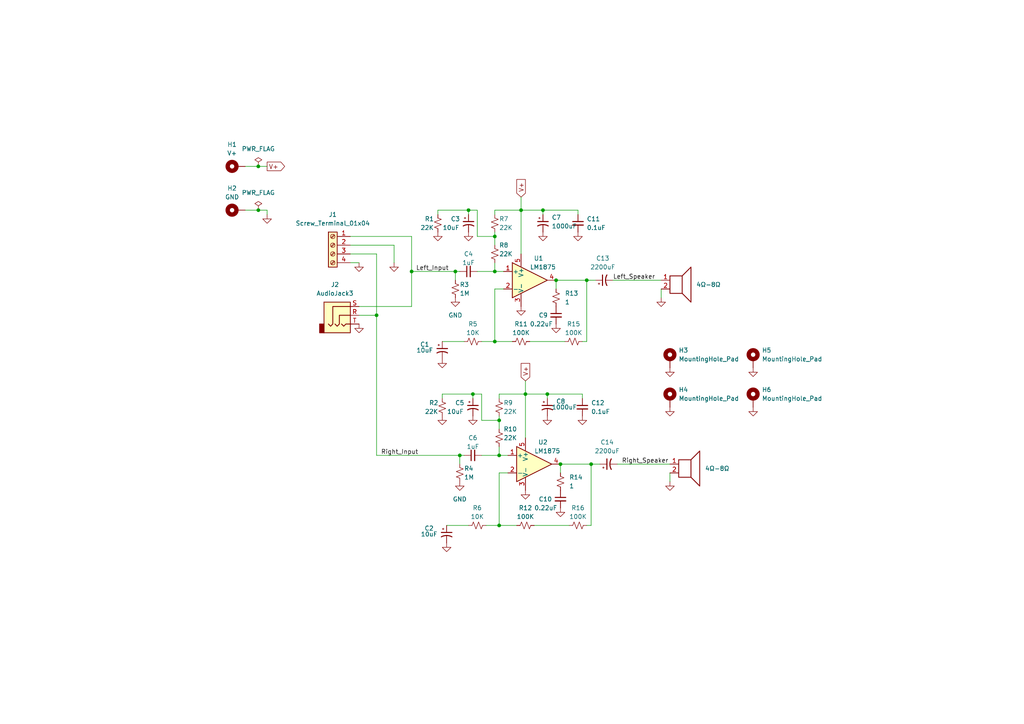
<source format=kicad_sch>
(kicad_sch (version 20211123) (generator eeschema)

  (uuid 5bb0c213-e8e1-436d-93dd-6ee69765bfdc)

  (paper "A4")

  (title_block
    (title "LM1875 Stereo Amplifier")
    (date "2023-05-17")
    (rev "1")
    (company "tim.leishman.xyz")
    (comment 1 "Tim Leishman")
  )

  (lib_symbols
    (symbol "Amplifier_Audio:LM1875" (pin_names (offset 0.127)) (in_bom yes) (on_board yes)
      (property "Reference" "U" (id 0) (at 3.81 6.35 0)
        (effects (font (size 1.27 1.27)))
      )
      (property "Value" "LM1875" (id 1) (at 3.81 3.81 0)
        (effects (font (size 1.27 1.27)))
      )
      (property "Footprint" "Package_TO_SOT_THT:TO-220-5_P3.4x3.7mm_StaggerOdd_Lead3.8mm_Vertical" (id 2) (at 0 0 0)
        (effects (font (size 1.27 1.27) italic) hide)
      )
      (property "Datasheet" "http://www.ti.com/lit/ds/symlink/lm1875.pdf" (id 3) (at 0 0 0)
        (effects (font (size 1.27 1.27)) hide)
      )
      (property "ki_keywords" "audio amplifier" (id 4) (at 0 0 0)
        (effects (font (size 1.27 1.27)) hide)
      )
      (property "ki_description" "20W Audio Power Amplifier, TO-220-5" (id 5) (at 0 0 0)
        (effects (font (size 1.27 1.27)) hide)
      )
      (property "ki_fp_filters" "TO?220*StaggerOdd*" (id 6) (at 0 0 0)
        (effects (font (size 1.27 1.27)) hide)
      )
      (symbol "LM1875_0_1"
        (polyline
          (pts
            (xy -5.08 5.08)
            (xy 5.08 0)
            (xy -5.08 -5.08)
            (xy -5.08 5.08)
          )
          (stroke (width 0.254) (type default) (color 0 0 0 0))
          (fill (type background))
        )
      )
      (symbol "LM1875_1_1"
        (pin input line (at -7.62 2.54 0) (length 2.54)
          (name "+" (effects (font (size 1.27 1.27))))
          (number "1" (effects (font (size 1.27 1.27))))
        )
        (pin input line (at -7.62 -2.54 0) (length 2.54)
          (name "-" (effects (font (size 1.27 1.27))))
          (number "2" (effects (font (size 1.27 1.27))))
        )
        (pin power_in line (at -2.54 -7.62 90) (length 3.81)
          (name "V-" (effects (font (size 1.27 1.27))))
          (number "3" (effects (font (size 1.27 1.27))))
        )
        (pin output line (at 7.62 0 180) (length 2.54)
          (name "~" (effects (font (size 1.27 1.27))))
          (number "4" (effects (font (size 1.27 1.27))))
        )
        (pin power_in line (at -2.54 7.62 270) (length 3.81)
          (name "V+" (effects (font (size 1.27 1.27))))
          (number "5" (effects (font (size 1.27 1.27))))
        )
      )
    )
    (symbol "Connector:AudioJack3" (in_bom yes) (on_board yes)
      (property "Reference" "J" (id 0) (at 0 8.89 0)
        (effects (font (size 1.27 1.27)))
      )
      (property "Value" "AudioJack3" (id 1) (at 0 6.35 0)
        (effects (font (size 1.27 1.27)))
      )
      (property "Footprint" "" (id 2) (at 0 0 0)
        (effects (font (size 1.27 1.27)) hide)
      )
      (property "Datasheet" "~" (id 3) (at 0 0 0)
        (effects (font (size 1.27 1.27)) hide)
      )
      (property "ki_keywords" "audio jack receptacle stereo headphones phones TRS connector" (id 4) (at 0 0 0)
        (effects (font (size 1.27 1.27)) hide)
      )
      (property "ki_description" "Audio Jack, 3 Poles (Stereo / TRS)" (id 5) (at 0 0 0)
        (effects (font (size 1.27 1.27)) hide)
      )
      (property "ki_fp_filters" "Jack*" (id 6) (at 0 0 0)
        (effects (font (size 1.27 1.27)) hide)
      )
      (symbol "AudioJack3_0_1"
        (rectangle (start -5.08 -5.08) (end -6.35 -2.54)
          (stroke (width 0.254) (type default) (color 0 0 0 0))
          (fill (type outline))
        )
        (polyline
          (pts
            (xy 0 -2.54)
            (xy 0.635 -3.175)
            (xy 1.27 -2.54)
            (xy 2.54 -2.54)
          )
          (stroke (width 0.254) (type default) (color 0 0 0 0))
          (fill (type none))
        )
        (polyline
          (pts
            (xy -1.905 -2.54)
            (xy -1.27 -3.175)
            (xy -0.635 -2.54)
            (xy -0.635 0)
            (xy 2.54 0)
          )
          (stroke (width 0.254) (type default) (color 0 0 0 0))
          (fill (type none))
        )
        (polyline
          (pts
            (xy 2.54 2.54)
            (xy -2.54 2.54)
            (xy -2.54 -2.54)
            (xy -3.175 -3.175)
            (xy -3.81 -2.54)
          )
          (stroke (width 0.254) (type default) (color 0 0 0 0))
          (fill (type none))
        )
        (rectangle (start 2.54 3.81) (end -5.08 -5.08)
          (stroke (width 0.254) (type default) (color 0 0 0 0))
          (fill (type background))
        )
      )
      (symbol "AudioJack3_1_1"
        (pin passive line (at 5.08 0 180) (length 2.54)
          (name "~" (effects (font (size 1.27 1.27))))
          (number "R" (effects (font (size 1.27 1.27))))
        )
        (pin passive line (at 5.08 2.54 180) (length 2.54)
          (name "~" (effects (font (size 1.27 1.27))))
          (number "S" (effects (font (size 1.27 1.27))))
        )
        (pin passive line (at 5.08 -2.54 180) (length 2.54)
          (name "~" (effects (font (size 1.27 1.27))))
          (number "T" (effects (font (size 1.27 1.27))))
        )
      )
    )
    (symbol "Connector:Screw_Terminal_01x04" (pin_names (offset 1.016) hide) (in_bom yes) (on_board yes)
      (property "Reference" "J" (id 0) (at 0 5.08 0)
        (effects (font (size 1.27 1.27)))
      )
      (property "Value" "Screw_Terminal_01x04" (id 1) (at 0 -7.62 0)
        (effects (font (size 1.27 1.27)))
      )
      (property "Footprint" "" (id 2) (at 0 0 0)
        (effects (font (size 1.27 1.27)) hide)
      )
      (property "Datasheet" "~" (id 3) (at 0 0 0)
        (effects (font (size 1.27 1.27)) hide)
      )
      (property "ki_keywords" "screw terminal" (id 4) (at 0 0 0)
        (effects (font (size 1.27 1.27)) hide)
      )
      (property "ki_description" "Generic screw terminal, single row, 01x04, script generated (kicad-library-utils/schlib/autogen/connector/)" (id 5) (at 0 0 0)
        (effects (font (size 1.27 1.27)) hide)
      )
      (property "ki_fp_filters" "TerminalBlock*:*" (id 6) (at 0 0 0)
        (effects (font (size 1.27 1.27)) hide)
      )
      (symbol "Screw_Terminal_01x04_1_1"
        (rectangle (start -1.27 3.81) (end 1.27 -6.35)
          (stroke (width 0.254) (type default) (color 0 0 0 0))
          (fill (type background))
        )
        (circle (center 0 -5.08) (radius 0.635)
          (stroke (width 0.1524) (type default) (color 0 0 0 0))
          (fill (type none))
        )
        (circle (center 0 -2.54) (radius 0.635)
          (stroke (width 0.1524) (type default) (color 0 0 0 0))
          (fill (type none))
        )
        (polyline
          (pts
            (xy -0.5334 -4.7498)
            (xy 0.3302 -5.588)
          )
          (stroke (width 0.1524) (type default) (color 0 0 0 0))
          (fill (type none))
        )
        (polyline
          (pts
            (xy -0.5334 -2.2098)
            (xy 0.3302 -3.048)
          )
          (stroke (width 0.1524) (type default) (color 0 0 0 0))
          (fill (type none))
        )
        (polyline
          (pts
            (xy -0.5334 0.3302)
            (xy 0.3302 -0.508)
          )
          (stroke (width 0.1524) (type default) (color 0 0 0 0))
          (fill (type none))
        )
        (polyline
          (pts
            (xy -0.5334 2.8702)
            (xy 0.3302 2.032)
          )
          (stroke (width 0.1524) (type default) (color 0 0 0 0))
          (fill (type none))
        )
        (polyline
          (pts
            (xy -0.3556 -4.572)
            (xy 0.508 -5.4102)
          )
          (stroke (width 0.1524) (type default) (color 0 0 0 0))
          (fill (type none))
        )
        (polyline
          (pts
            (xy -0.3556 -2.032)
            (xy 0.508 -2.8702)
          )
          (stroke (width 0.1524) (type default) (color 0 0 0 0))
          (fill (type none))
        )
        (polyline
          (pts
            (xy -0.3556 0.508)
            (xy 0.508 -0.3302)
          )
          (stroke (width 0.1524) (type default) (color 0 0 0 0))
          (fill (type none))
        )
        (polyline
          (pts
            (xy -0.3556 3.048)
            (xy 0.508 2.2098)
          )
          (stroke (width 0.1524) (type default) (color 0 0 0 0))
          (fill (type none))
        )
        (circle (center 0 0) (radius 0.635)
          (stroke (width 0.1524) (type default) (color 0 0 0 0))
          (fill (type none))
        )
        (circle (center 0 2.54) (radius 0.635)
          (stroke (width 0.1524) (type default) (color 0 0 0 0))
          (fill (type none))
        )
        (pin passive line (at -5.08 2.54 0) (length 3.81)
          (name "Pin_1" (effects (font (size 1.27 1.27))))
          (number "1" (effects (font (size 1.27 1.27))))
        )
        (pin passive line (at -5.08 0 0) (length 3.81)
          (name "Pin_2" (effects (font (size 1.27 1.27))))
          (number "2" (effects (font (size 1.27 1.27))))
        )
        (pin passive line (at -5.08 -2.54 0) (length 3.81)
          (name "Pin_3" (effects (font (size 1.27 1.27))))
          (number "3" (effects (font (size 1.27 1.27))))
        )
        (pin passive line (at -5.08 -5.08 0) (length 3.81)
          (name "Pin_4" (effects (font (size 1.27 1.27))))
          (number "4" (effects (font (size 1.27 1.27))))
        )
      )
    )
    (symbol "Device:C_Polarized_Small_US" (pin_numbers hide) (pin_names (offset 0.254) hide) (in_bom yes) (on_board yes)
      (property "Reference" "C" (id 0) (at 0.254 1.778 0)
        (effects (font (size 1.27 1.27)) (justify left))
      )
      (property "Value" "C_Polarized_Small_US" (id 1) (at 0.254 -2.032 0)
        (effects (font (size 1.27 1.27)) (justify left))
      )
      (property "Footprint" "" (id 2) (at 0 0 0)
        (effects (font (size 1.27 1.27)) hide)
      )
      (property "Datasheet" "~" (id 3) (at 0 0 0)
        (effects (font (size 1.27 1.27)) hide)
      )
      (property "ki_keywords" "cap capacitor" (id 4) (at 0 0 0)
        (effects (font (size 1.27 1.27)) hide)
      )
      (property "ki_description" "Polarized capacitor, small US symbol" (id 5) (at 0 0 0)
        (effects (font (size 1.27 1.27)) hide)
      )
      (property "ki_fp_filters" "CP_*" (id 6) (at 0 0 0)
        (effects (font (size 1.27 1.27)) hide)
      )
      (symbol "C_Polarized_Small_US_0_1"
        (polyline
          (pts
            (xy -1.524 0.508)
            (xy 1.524 0.508)
          )
          (stroke (width 0.3048) (type default) (color 0 0 0 0))
          (fill (type none))
        )
        (polyline
          (pts
            (xy -1.27 1.524)
            (xy -0.762 1.524)
          )
          (stroke (width 0) (type default) (color 0 0 0 0))
          (fill (type none))
        )
        (polyline
          (pts
            (xy -1.016 1.27)
            (xy -1.016 1.778)
          )
          (stroke (width 0) (type default) (color 0 0 0 0))
          (fill (type none))
        )
        (arc (start 1.524 -0.762) (mid 0 -0.3734) (end -1.524 -0.762)
          (stroke (width 0.3048) (type default) (color 0 0 0 0))
          (fill (type none))
        )
      )
      (symbol "C_Polarized_Small_US_1_1"
        (pin passive line (at 0 2.54 270) (length 2.032)
          (name "~" (effects (font (size 1.27 1.27))))
          (number "1" (effects (font (size 1.27 1.27))))
        )
        (pin passive line (at 0 -2.54 90) (length 2.032)
          (name "~" (effects (font (size 1.27 1.27))))
          (number "2" (effects (font (size 1.27 1.27))))
        )
      )
    )
    (symbol "Device:C_Small" (pin_numbers hide) (pin_names (offset 0.254) hide) (in_bom yes) (on_board yes)
      (property "Reference" "C" (id 0) (at 0.254 1.778 0)
        (effects (font (size 1.27 1.27)) (justify left))
      )
      (property "Value" "C_Small" (id 1) (at 0.254 -2.032 0)
        (effects (font (size 1.27 1.27)) (justify left))
      )
      (property "Footprint" "" (id 2) (at 0 0 0)
        (effects (font (size 1.27 1.27)) hide)
      )
      (property "Datasheet" "~" (id 3) (at 0 0 0)
        (effects (font (size 1.27 1.27)) hide)
      )
      (property "ki_keywords" "capacitor cap" (id 4) (at 0 0 0)
        (effects (font (size 1.27 1.27)) hide)
      )
      (property "ki_description" "Unpolarized capacitor, small symbol" (id 5) (at 0 0 0)
        (effects (font (size 1.27 1.27)) hide)
      )
      (property "ki_fp_filters" "C_*" (id 6) (at 0 0 0)
        (effects (font (size 1.27 1.27)) hide)
      )
      (symbol "C_Small_0_1"
        (polyline
          (pts
            (xy -1.524 -0.508)
            (xy 1.524 -0.508)
          )
          (stroke (width 0.3302) (type default) (color 0 0 0 0))
          (fill (type none))
        )
        (polyline
          (pts
            (xy -1.524 0.508)
            (xy 1.524 0.508)
          )
          (stroke (width 0.3048) (type default) (color 0 0 0 0))
          (fill (type none))
        )
      )
      (symbol "C_Small_1_1"
        (pin passive line (at 0 2.54 270) (length 2.032)
          (name "~" (effects (font (size 1.27 1.27))))
          (number "1" (effects (font (size 1.27 1.27))))
        )
        (pin passive line (at 0 -2.54 90) (length 2.032)
          (name "~" (effects (font (size 1.27 1.27))))
          (number "2" (effects (font (size 1.27 1.27))))
        )
      )
    )
    (symbol "Device:R_Small_US" (pin_numbers hide) (pin_names (offset 0.254) hide) (in_bom yes) (on_board yes)
      (property "Reference" "R" (id 0) (at 0.762 0.508 0)
        (effects (font (size 1.27 1.27)) (justify left))
      )
      (property "Value" "R_Small_US" (id 1) (at 0.762 -1.016 0)
        (effects (font (size 1.27 1.27)) (justify left))
      )
      (property "Footprint" "" (id 2) (at 0 0 0)
        (effects (font (size 1.27 1.27)) hide)
      )
      (property "Datasheet" "~" (id 3) (at 0 0 0)
        (effects (font (size 1.27 1.27)) hide)
      )
      (property "ki_keywords" "r resistor" (id 4) (at 0 0 0)
        (effects (font (size 1.27 1.27)) hide)
      )
      (property "ki_description" "Resistor, small US symbol" (id 5) (at 0 0 0)
        (effects (font (size 1.27 1.27)) hide)
      )
      (property "ki_fp_filters" "R_*" (id 6) (at 0 0 0)
        (effects (font (size 1.27 1.27)) hide)
      )
      (symbol "R_Small_US_1_1"
        (polyline
          (pts
            (xy 0 0)
            (xy 1.016 -0.381)
            (xy 0 -0.762)
            (xy -1.016 -1.143)
            (xy 0 -1.524)
          )
          (stroke (width 0) (type default) (color 0 0 0 0))
          (fill (type none))
        )
        (polyline
          (pts
            (xy 0 1.524)
            (xy 1.016 1.143)
            (xy 0 0.762)
            (xy -1.016 0.381)
            (xy 0 0)
          )
          (stroke (width 0) (type default) (color 0 0 0 0))
          (fill (type none))
        )
        (pin passive line (at 0 2.54 270) (length 1.016)
          (name "~" (effects (font (size 1.27 1.27))))
          (number "1" (effects (font (size 1.27 1.27))))
        )
        (pin passive line (at 0 -2.54 90) (length 1.016)
          (name "~" (effects (font (size 1.27 1.27))))
          (number "2" (effects (font (size 1.27 1.27))))
        )
      )
    )
    (symbol "Device:Speaker" (pin_names (offset 0) hide) (in_bom yes) (on_board yes)
      (property "Reference" "LS" (id 0) (at 1.27 5.715 0)
        (effects (font (size 1.27 1.27)) (justify right))
      )
      (property "Value" "Speaker" (id 1) (at 1.27 3.81 0)
        (effects (font (size 1.27 1.27)) (justify right))
      )
      (property "Footprint" "" (id 2) (at 0 -5.08 0)
        (effects (font (size 1.27 1.27)) hide)
      )
      (property "Datasheet" "~" (id 3) (at -0.254 -1.27 0)
        (effects (font (size 1.27 1.27)) hide)
      )
      (property "ki_keywords" "speaker sound" (id 4) (at 0 0 0)
        (effects (font (size 1.27 1.27)) hide)
      )
      (property "ki_description" "Speaker" (id 5) (at 0 0 0)
        (effects (font (size 1.27 1.27)) hide)
      )
      (symbol "Speaker_0_0"
        (rectangle (start -2.54 1.27) (end 1.016 -3.81)
          (stroke (width 0.254) (type default) (color 0 0 0 0))
          (fill (type none))
        )
        (polyline
          (pts
            (xy 1.016 1.27)
            (xy 3.556 3.81)
            (xy 3.556 -6.35)
            (xy 1.016 -3.81)
          )
          (stroke (width 0.254) (type default) (color 0 0 0 0))
          (fill (type none))
        )
      )
      (symbol "Speaker_1_1"
        (pin input line (at -5.08 0 0) (length 2.54)
          (name "1" (effects (font (size 1.27 1.27))))
          (number "1" (effects (font (size 1.27 1.27))))
        )
        (pin input line (at -5.08 -2.54 0) (length 2.54)
          (name "2" (effects (font (size 1.27 1.27))))
          (number "2" (effects (font (size 1.27 1.27))))
        )
      )
    )
    (symbol "Mechanical:MountingHole_Pad" (pin_numbers hide) (pin_names (offset 1.016) hide) (in_bom yes) (on_board yes)
      (property "Reference" "H" (id 0) (at 0 6.35 0)
        (effects (font (size 1.27 1.27)))
      )
      (property "Value" "MountingHole_Pad" (id 1) (at 0 4.445 0)
        (effects (font (size 1.27 1.27)))
      )
      (property "Footprint" "" (id 2) (at 0 0 0)
        (effects (font (size 1.27 1.27)) hide)
      )
      (property "Datasheet" "~" (id 3) (at 0 0 0)
        (effects (font (size 1.27 1.27)) hide)
      )
      (property "ki_keywords" "mounting hole" (id 4) (at 0 0 0)
        (effects (font (size 1.27 1.27)) hide)
      )
      (property "ki_description" "Mounting Hole with connection" (id 5) (at 0 0 0)
        (effects (font (size 1.27 1.27)) hide)
      )
      (property "ki_fp_filters" "MountingHole*Pad*" (id 6) (at 0 0 0)
        (effects (font (size 1.27 1.27)) hide)
      )
      (symbol "MountingHole_Pad_0_1"
        (circle (center 0 1.27) (radius 1.27)
          (stroke (width 1.27) (type default) (color 0 0 0 0))
          (fill (type none))
        )
      )
      (symbol "MountingHole_Pad_1_1"
        (pin input line (at 0 -2.54 90) (length 2.54)
          (name "1" (effects (font (size 1.27 1.27))))
          (number "1" (effects (font (size 1.27 1.27))))
        )
      )
    )
    (symbol "power:GND" (power) (pin_names (offset 0)) (in_bom yes) (on_board yes)
      (property "Reference" "#PWR" (id 0) (at 0 -6.35 0)
        (effects (font (size 1.27 1.27)) hide)
      )
      (property "Value" "GND" (id 1) (at 0 -3.81 0)
        (effects (font (size 1.27 1.27)))
      )
      (property "Footprint" "" (id 2) (at 0 0 0)
        (effects (font (size 1.27 1.27)) hide)
      )
      (property "Datasheet" "" (id 3) (at 0 0 0)
        (effects (font (size 1.27 1.27)) hide)
      )
      (property "ki_keywords" "global power" (id 4) (at 0 0 0)
        (effects (font (size 1.27 1.27)) hide)
      )
      (property "ki_description" "Power symbol creates a global label with name \"GND\" , ground" (id 5) (at 0 0 0)
        (effects (font (size 1.27 1.27)) hide)
      )
      (symbol "GND_0_1"
        (polyline
          (pts
            (xy 0 0)
            (xy 0 -1.27)
            (xy 1.27 -1.27)
            (xy 0 -2.54)
            (xy -1.27 -1.27)
            (xy 0 -1.27)
          )
          (stroke (width 0) (type default) (color 0 0 0 0))
          (fill (type none))
        )
      )
      (symbol "GND_1_1"
        (pin power_in line (at 0 0 270) (length 0) hide
          (name "GND" (effects (font (size 1.27 1.27))))
          (number "1" (effects (font (size 1.27 1.27))))
        )
      )
    )
    (symbol "power:PWR_FLAG" (power) (pin_numbers hide) (pin_names (offset 0) hide) (in_bom yes) (on_board yes)
      (property "Reference" "#FLG" (id 0) (at 0 1.905 0)
        (effects (font (size 1.27 1.27)) hide)
      )
      (property "Value" "PWR_FLAG" (id 1) (at 0 3.81 0)
        (effects (font (size 1.27 1.27)))
      )
      (property "Footprint" "" (id 2) (at 0 0 0)
        (effects (font (size 1.27 1.27)) hide)
      )
      (property "Datasheet" "~" (id 3) (at 0 0 0)
        (effects (font (size 1.27 1.27)) hide)
      )
      (property "ki_keywords" "flag power" (id 4) (at 0 0 0)
        (effects (font (size 1.27 1.27)) hide)
      )
      (property "ki_description" "Special symbol for telling ERC where power comes from" (id 5) (at 0 0 0)
        (effects (font (size 1.27 1.27)) hide)
      )
      (symbol "PWR_FLAG_0_0"
        (pin power_out line (at 0 0 90) (length 0)
          (name "pwr" (effects (font (size 1.27 1.27))))
          (number "1" (effects (font (size 1.27 1.27))))
        )
      )
      (symbol "PWR_FLAG_0_1"
        (polyline
          (pts
            (xy 0 0)
            (xy 0 1.27)
            (xy -1.016 1.905)
            (xy 0 2.54)
            (xy 1.016 1.905)
            (xy 0 1.27)
          )
          (stroke (width 0) (type default) (color 0 0 0 0))
          (fill (type none))
        )
      )
    )
  )

  (junction (at 132.08 78.74) (diameter 0) (color 0 0 0 0)
    (uuid 137ac9c9-43a1-4284-b0ba-724df7d23b3e)
  )
  (junction (at 74.93 60.96) (diameter 0) (color 0 0 0 0)
    (uuid 27435d5b-acca-4fc1-98e9-36b6b671a84d)
  )
  (junction (at 157.48 60.96) (diameter 0) (color 0 0 0 0)
    (uuid 2fcc2c9a-0479-467f-ac38-6ef36de79e57)
  )
  (junction (at 135.89 60.96) (diameter 0) (color 0 0 0 0)
    (uuid 50ba8295-8785-42b1-919e-d224f01531fd)
  )
  (junction (at 162.56 134.62) (diameter 0) (color 0 0 0 0)
    (uuid 62073936-edc5-46dc-b057-aeab9b6df7f0)
  )
  (junction (at 143.51 68.58) (diameter 0) (color 0 0 0 0)
    (uuid 75ceb7a0-3fa6-40cf-ba6d-035fe530c1fa)
  )
  (junction (at 171.45 134.62) (diameter 0) (color 0 0 0 0)
    (uuid 77309390-9be4-448b-a2f3-29bfc065e4da)
  )
  (junction (at 158.75 114.3) (diameter 0) (color 0 0 0 0)
    (uuid 882962b7-fddf-4b95-84a6-b74fa7f0e710)
  )
  (junction (at 133.35 132.08) (diameter 0) (color 0 0 0 0)
    (uuid 8878eb07-794d-4495-8bf5-4114931c8786)
  )
  (junction (at 144.78 121.92) (diameter 0) (color 0 0 0 0)
    (uuid ab5ec8db-4e5b-4380-8343-1f22a29464a5)
  )
  (junction (at 152.4 114.3) (diameter 0) (color 0 0 0 0)
    (uuid b5289fa7-6994-4c7e-9ec0-5a637d71790a)
  )
  (junction (at 74.93 48.26) (diameter 0) (color 0 0 0 0)
    (uuid be149b7d-e6db-4b0c-bb02-4a9c94c68190)
  )
  (junction (at 161.29 81.28) (diameter 0) (color 0 0 0 0)
    (uuid c5070dc9-3ad9-4d2f-8dd2-62f2303ae516)
  )
  (junction (at 144.78 152.4) (diameter 0) (color 0 0 0 0)
    (uuid c886da1f-3901-4629-96bf-32780fc92226)
  )
  (junction (at 143.51 99.06) (diameter 0) (color 0 0 0 0)
    (uuid cf65a73b-7b58-4869-8b01-9f56684c5dab)
  )
  (junction (at 143.51 78.74) (diameter 0) (color 0 0 0 0)
    (uuid d35a6104-35a1-479c-b0c7-a5a83eb983c5)
  )
  (junction (at 119.38 78.74) (diameter 0) (color 0 0 0 0)
    (uuid d5f9b5b1-e8c4-4cc8-8dae-48f3481f7fa1)
  )
  (junction (at 109.22 91.44) (diameter 0) (color 0 0 0 0)
    (uuid e0aa973a-ce11-49e7-aa99-d1530ec3dc1e)
  )
  (junction (at 170.18 81.28) (diameter 0) (color 0 0 0 0)
    (uuid e372ce6f-e755-4fe9-9c37-d3c2cacccb05)
  )
  (junction (at 151.13 60.96) (diameter 0) (color 0 0 0 0)
    (uuid f171e793-f4b5-4296-b72d-2f81a22c5c98)
  )
  (junction (at 137.16 114.3) (diameter 0) (color 0 0 0 0)
    (uuid ff46584e-d3fc-4782-a305-fcb85c8db7b4)
  )
  (junction (at 144.78 132.08) (diameter 0) (color 0 0 0 0)
    (uuid ffd5afa8-45f7-49a4-bc51-b876becf29f9)
  )

  (wire (pts (xy 137.16 114.3) (xy 137.16 115.57))
    (stroke (width 0) (type default) (color 0 0 0 0))
    (uuid 022a287c-8b08-429d-9d77-348eab3de3a4)
  )
  (wire (pts (xy 132.08 78.74) (xy 132.08 81.28))
    (stroke (width 0) (type default) (color 0 0 0 0))
    (uuid 076de458-ed95-4481-aed4-00ffb793ea7e)
  )
  (wire (pts (xy 74.93 48.26) (xy 77.47 48.26))
    (stroke (width 0) (type default) (color 0 0 0 0))
    (uuid 086a7aec-2804-44ab-a9a9-1fbd7c8ca234)
  )
  (wire (pts (xy 151.13 60.96) (xy 151.13 73.66))
    (stroke (width 0) (type default) (color 0 0 0 0))
    (uuid 0b0b13af-d69a-42c8-8323-eedf7e2bc69b)
  )
  (wire (pts (xy 101.6 73.66) (xy 109.22 73.66))
    (stroke (width 0) (type default) (color 0 0 0 0))
    (uuid 1089d11b-a785-4aba-b6bb-1dc592ad895c)
  )
  (wire (pts (xy 194.31 137.16) (xy 194.31 139.7))
    (stroke (width 0) (type default) (color 0 0 0 0))
    (uuid 110d1300-61c3-4f01-b034-6cdd746a23d3)
  )
  (wire (pts (xy 134.62 132.08) (xy 133.35 132.08))
    (stroke (width 0) (type default) (color 0 0 0 0))
    (uuid 15fea216-3a3f-4dc6-9f89-5dabc314a58d)
  )
  (wire (pts (xy 138.43 68.58) (xy 138.43 60.96))
    (stroke (width 0) (type default) (color 0 0 0 0))
    (uuid 162d2049-8145-4b2e-95ab-4f66d724eb24)
  )
  (wire (pts (xy 138.43 78.74) (xy 143.51 78.74))
    (stroke (width 0) (type default) (color 0 0 0 0))
    (uuid 165d15a8-353f-4f9e-a152-a5089281e8c7)
  )
  (wire (pts (xy 144.78 121.92) (xy 144.78 124.46))
    (stroke (width 0) (type default) (color 0 0 0 0))
    (uuid 1ef96f9c-d656-4c14-a7e7-1569ce8a07f9)
  )
  (wire (pts (xy 152.4 110.49) (xy 152.4 114.3))
    (stroke (width 0) (type default) (color 0 0 0 0))
    (uuid 20adec02-8d49-4fd1-84f8-6f7bbeaa3aca)
  )
  (wire (pts (xy 133.35 78.74) (xy 132.08 78.74))
    (stroke (width 0) (type default) (color 0 0 0 0))
    (uuid 21c13246-73e5-4662-b2af-abf2c5d873f5)
  )
  (wire (pts (xy 167.64 62.23) (xy 167.64 60.96))
    (stroke (width 0) (type default) (color 0 0 0 0))
    (uuid 26b5236d-3bfc-4708-a585-1fe6ebc90e42)
  )
  (wire (pts (xy 144.78 152.4) (xy 149.86 152.4))
    (stroke (width 0) (type default) (color 0 0 0 0))
    (uuid 2a5f2284-8c1a-46ab-b6ca-dca16f904f27)
  )
  (wire (pts (xy 109.22 73.66) (xy 109.22 91.44))
    (stroke (width 0) (type default) (color 0 0 0 0))
    (uuid 2b39d60e-8e67-4041-9f28-5612d64021e7)
  )
  (wire (pts (xy 77.47 60.96) (xy 77.47 62.23))
    (stroke (width 0) (type default) (color 0 0 0 0))
    (uuid 2dcb4352-f22e-4ab2-9fef-a26d38b9ae85)
  )
  (wire (pts (xy 143.51 78.74) (xy 143.51 76.2))
    (stroke (width 0) (type default) (color 0 0 0 0))
    (uuid 35ce8267-f1d0-4e29-b04a-935922ea5b00)
  )
  (wire (pts (xy 152.4 114.3) (xy 144.78 114.3))
    (stroke (width 0) (type default) (color 0 0 0 0))
    (uuid 35e04fc3-be79-4299-8b5d-a768c04777cb)
  )
  (wire (pts (xy 161.29 81.28) (xy 170.18 81.28))
    (stroke (width 0) (type default) (color 0 0 0 0))
    (uuid 3a238e76-e3e6-4722-a40d-e09a02a9dd63)
  )
  (wire (pts (xy 162.56 134.62) (xy 171.45 134.62))
    (stroke (width 0) (type default) (color 0 0 0 0))
    (uuid 4453e25b-75ff-46de-85ad-4cdfa97fea50)
  )
  (wire (pts (xy 157.48 60.96) (xy 167.64 60.96))
    (stroke (width 0) (type default) (color 0 0 0 0))
    (uuid 4a7a02d0-a64d-4e8a-badf-1ee21ff30a47)
  )
  (wire (pts (xy 168.91 115.57) (xy 168.91 114.3))
    (stroke (width 0) (type default) (color 0 0 0 0))
    (uuid 4c5fbbf9-f0da-44a8-a767-a19769f53519)
  )
  (wire (pts (xy 143.51 60.96) (xy 143.51 62.23))
    (stroke (width 0) (type default) (color 0 0 0 0))
    (uuid 4c740f0e-d042-49c6-859d-aa8a83dc9d9c)
  )
  (wire (pts (xy 101.6 71.12) (xy 114.3 71.12))
    (stroke (width 0) (type default) (color 0 0 0 0))
    (uuid 4fe10be6-dcad-460e-a374-ca565e5a082d)
  )
  (wire (pts (xy 154.94 152.4) (xy 165.1 152.4))
    (stroke (width 0) (type default) (color 0 0 0 0))
    (uuid 506023e1-8c35-45f6-b16e-ded919b12750)
  )
  (wire (pts (xy 152.4 114.3) (xy 158.75 114.3))
    (stroke (width 0) (type default) (color 0 0 0 0))
    (uuid 507d3695-4646-43ef-a643-7550f20102a9)
  )
  (wire (pts (xy 158.75 114.3) (xy 168.91 114.3))
    (stroke (width 0) (type default) (color 0 0 0 0))
    (uuid 51d4273d-5ecb-418c-9f89-5bac01c6b5f3)
  )
  (wire (pts (xy 71.12 48.26) (xy 74.93 48.26))
    (stroke (width 0) (type default) (color 0 0 0 0))
    (uuid 54daf3f7-d302-4285-b19a-8131667fbf6d)
  )
  (wire (pts (xy 146.05 78.74) (xy 143.51 78.74))
    (stroke (width 0) (type default) (color 0 0 0 0))
    (uuid 57334aa6-fd4f-4c5d-bc38-b8e4ba22013a)
  )
  (wire (pts (xy 144.78 120.65) (xy 144.78 121.92))
    (stroke (width 0) (type default) (color 0 0 0 0))
    (uuid 578afc99-bd85-4358-b012-b0ee100ffdfb)
  )
  (wire (pts (xy 170.18 152.4) (xy 171.45 152.4))
    (stroke (width 0) (type default) (color 0 0 0 0))
    (uuid 587a0a9f-63d1-4a49-9117-dd34c5edb5cb)
  )
  (wire (pts (xy 104.14 88.9) (xy 119.38 88.9))
    (stroke (width 0) (type default) (color 0 0 0 0))
    (uuid 5f6a0481-889b-47a2-a907-87f0c813e999)
  )
  (wire (pts (xy 109.22 132.08) (xy 133.35 132.08))
    (stroke (width 0) (type default) (color 0 0 0 0))
    (uuid 62cbba05-ebc8-4890-a3d2-4ff3fba7d4cc)
  )
  (wire (pts (xy 133.35 132.08) (xy 133.35 134.62))
    (stroke (width 0) (type default) (color 0 0 0 0))
    (uuid 6477a891-f8c7-4516-90e6-e60820c0218f)
  )
  (wire (pts (xy 128.27 99.06) (xy 134.62 99.06))
    (stroke (width 0) (type default) (color 0 0 0 0))
    (uuid 66b2968c-eb97-4d35-95e8-5d20c8d08bbd)
  )
  (wire (pts (xy 74.93 60.96) (xy 77.47 60.96))
    (stroke (width 0) (type default) (color 0 0 0 0))
    (uuid 6886cbfc-c230-4527-80b4-1e46b2d5239c)
  )
  (wire (pts (xy 139.7 114.3) (xy 137.16 114.3))
    (stroke (width 0) (type default) (color 0 0 0 0))
    (uuid 6c2704da-f9d9-42ae-8a3b-700085005342)
  )
  (wire (pts (xy 119.38 78.74) (xy 119.38 88.9))
    (stroke (width 0) (type default) (color 0 0 0 0))
    (uuid 7192dd5b-999c-489b-b557-868275f2f0e6)
  )
  (wire (pts (xy 139.7 132.08) (xy 144.78 132.08))
    (stroke (width 0) (type default) (color 0 0 0 0))
    (uuid 74fa0fda-e9d1-4598-8ff1-d513a7e3fecf)
  )
  (wire (pts (xy 170.18 81.28) (xy 172.72 81.28))
    (stroke (width 0) (type default) (color 0 0 0 0))
    (uuid 75077313-fb04-489b-99a4-94db77a8db26)
  )
  (wire (pts (xy 129.54 152.4) (xy 135.89 152.4))
    (stroke (width 0) (type default) (color 0 0 0 0))
    (uuid 750f821e-b6e6-4d90-aafc-8142ba5dd0fc)
  )
  (wire (pts (xy 104.14 91.44) (xy 109.22 91.44))
    (stroke (width 0) (type default) (color 0 0 0 0))
    (uuid 7c4af3c0-a780-4c55-aae1-e8e5fe9ff818)
  )
  (wire (pts (xy 168.91 99.06) (xy 170.18 99.06))
    (stroke (width 0) (type default) (color 0 0 0 0))
    (uuid 7c7db003-06dc-4c25-8b2c-c6c8dba55c12)
  )
  (wire (pts (xy 143.51 67.31) (xy 143.51 68.58))
    (stroke (width 0) (type default) (color 0 0 0 0))
    (uuid 7d02401b-bc6b-48f7-bc5c-521dff1d185a)
  )
  (wire (pts (xy 170.18 99.06) (xy 170.18 81.28))
    (stroke (width 0) (type default) (color 0 0 0 0))
    (uuid 8bb2554a-21ca-4edc-b206-098dc2a40951)
  )
  (wire (pts (xy 153.67 99.06) (xy 163.83 99.06))
    (stroke (width 0) (type default) (color 0 0 0 0))
    (uuid 8d6e6b97-e1f3-4bd4-8588-e6c7852ac3d1)
  )
  (wire (pts (xy 151.13 60.96) (xy 143.51 60.96))
    (stroke (width 0) (type default) (color 0 0 0 0))
    (uuid 907c109c-d62f-4d48-a86f-8602744764aa)
  )
  (wire (pts (xy 143.51 68.58) (xy 138.43 68.58))
    (stroke (width 0) (type default) (color 0 0 0 0))
    (uuid 945cb64a-1f11-40c9-92ef-a04be7f03ec8)
  )
  (wire (pts (xy 144.78 137.16) (xy 144.78 152.4))
    (stroke (width 0) (type default) (color 0 0 0 0))
    (uuid 9dda847f-6614-47df-b53f-c3f0b5888a7d)
  )
  (wire (pts (xy 101.6 68.58) (xy 119.38 68.58))
    (stroke (width 0) (type default) (color 0 0 0 0))
    (uuid 9e847aad-aa3b-45d8-a8e6-3290194de8cc)
  )
  (wire (pts (xy 140.97 152.4) (xy 144.78 152.4))
    (stroke (width 0) (type default) (color 0 0 0 0))
    (uuid a207dcc2-8d3c-4e81-baf4-184954b5024d)
  )
  (wire (pts (xy 135.89 60.96) (xy 135.89 62.23))
    (stroke (width 0) (type default) (color 0 0 0 0))
    (uuid ac2c7c19-59cb-4114-9d1c-7a5ef08a3969)
  )
  (wire (pts (xy 147.32 137.16) (xy 144.78 137.16))
    (stroke (width 0) (type default) (color 0 0 0 0))
    (uuid b0da60d3-b370-42cb-8249-52ba3cc680da)
  )
  (wire (pts (xy 139.7 99.06) (xy 143.51 99.06))
    (stroke (width 0) (type default) (color 0 0 0 0))
    (uuid b53335ea-0117-44bb-9f3a-c433add97d1d)
  )
  (wire (pts (xy 179.07 134.62) (xy 194.31 134.62))
    (stroke (width 0) (type default) (color 0 0 0 0))
    (uuid b5a12f2a-8548-4c4e-90d7-30bff248f65a)
  )
  (wire (pts (xy 139.7 121.92) (xy 139.7 114.3))
    (stroke (width 0) (type default) (color 0 0 0 0))
    (uuid ba15b8d1-e51d-4faf-9360-370fe57c2fde)
  )
  (wire (pts (xy 71.12 60.96) (xy 74.93 60.96))
    (stroke (width 0) (type default) (color 0 0 0 0))
    (uuid bb377565-c16c-49de-beda-a5d8cb17602b)
  )
  (wire (pts (xy 114.3 71.12) (xy 114.3 76.2))
    (stroke (width 0) (type default) (color 0 0 0 0))
    (uuid bb4a0329-5b26-4b19-b1f5-49cd61ae91da)
  )
  (wire (pts (xy 127 60.96) (xy 127 62.23))
    (stroke (width 0) (type default) (color 0 0 0 0))
    (uuid bbca01cd-3732-4739-abbc-a523cd483e3f)
  )
  (wire (pts (xy 161.29 81.28) (xy 161.29 83.82))
    (stroke (width 0) (type default) (color 0 0 0 0))
    (uuid bd7f1110-c7fa-4a07-983c-7ad8f6c9142b)
  )
  (wire (pts (xy 128.27 114.3) (xy 137.16 114.3))
    (stroke (width 0) (type default) (color 0 0 0 0))
    (uuid bf931567-cf74-463d-9f51-bdaa1aaf494a)
  )
  (wire (pts (xy 158.75 114.3) (xy 158.75 115.57))
    (stroke (width 0) (type default) (color 0 0 0 0))
    (uuid c0d00143-0fc3-43da-9dee-de598bfa870e)
  )
  (wire (pts (xy 144.78 121.92) (xy 139.7 121.92))
    (stroke (width 0) (type default) (color 0 0 0 0))
    (uuid c1667ba6-7398-4e93-bf28-efd3869c9bbe)
  )
  (wire (pts (xy 162.56 134.62) (xy 162.56 137.16))
    (stroke (width 0) (type default) (color 0 0 0 0))
    (uuid c27c4616-4929-47ed-ae3a-9b3443d461df)
  )
  (wire (pts (xy 143.51 99.06) (xy 148.59 99.06))
    (stroke (width 0) (type default) (color 0 0 0 0))
    (uuid c78c122f-efc5-432e-9870-c9e8d20dfa51)
  )
  (wire (pts (xy 127 60.96) (xy 135.89 60.96))
    (stroke (width 0) (type default) (color 0 0 0 0))
    (uuid c90f8f29-a65b-44a1-b49d-7cca83219097)
  )
  (wire (pts (xy 119.38 78.74) (xy 132.08 78.74))
    (stroke (width 0) (type default) (color 0 0 0 0))
    (uuid c9fcb96c-5612-4046-885b-052e1562b86b)
  )
  (wire (pts (xy 143.51 83.82) (xy 143.51 99.06))
    (stroke (width 0) (type default) (color 0 0 0 0))
    (uuid cb4c7205-aaf5-4f0d-8f58-6a0de1e1c74d)
  )
  (wire (pts (xy 177.8 81.28) (xy 191.77 81.28))
    (stroke (width 0) (type default) (color 0 0 0 0))
    (uuid ce30c39d-8db8-4e27-99cf-0985fa5fe54f)
  )
  (wire (pts (xy 157.48 60.96) (xy 157.48 62.23))
    (stroke (width 0) (type default) (color 0 0 0 0))
    (uuid d4eaffe7-6f66-4360-8cfa-69ee19cd0760)
  )
  (wire (pts (xy 128.27 114.3) (xy 128.27 115.57))
    (stroke (width 0) (type default) (color 0 0 0 0))
    (uuid d5a64ed2-cfda-4a36-a6c6-ca2493fb51ef)
  )
  (wire (pts (xy 144.78 132.08) (xy 144.78 129.54))
    (stroke (width 0) (type default) (color 0 0 0 0))
    (uuid d5e96c1a-b5a1-4d8b-8fce-cb61de9f5d33)
  )
  (wire (pts (xy 138.43 60.96) (xy 135.89 60.96))
    (stroke (width 0) (type default) (color 0 0 0 0))
    (uuid d618c2f4-4b4d-4174-af15-eca2c1efb408)
  )
  (wire (pts (xy 119.38 68.58) (xy 119.38 78.74))
    (stroke (width 0) (type default) (color 0 0 0 0))
    (uuid d64d9459-0ba0-493f-9db8-d7d0d5d73e82)
  )
  (wire (pts (xy 147.32 132.08) (xy 144.78 132.08))
    (stroke (width 0) (type default) (color 0 0 0 0))
    (uuid da1f7388-5c1d-4de5-ab54-28c5bc24bb3a)
  )
  (wire (pts (xy 171.45 152.4) (xy 171.45 134.62))
    (stroke (width 0) (type default) (color 0 0 0 0))
    (uuid dcd40592-5cbf-456b-9f35-fd353e4ba176)
  )
  (wire (pts (xy 151.13 60.96) (xy 157.48 60.96))
    (stroke (width 0) (type default) (color 0 0 0 0))
    (uuid e2989a74-2308-4c2b-8aa1-4e5e713d126e)
  )
  (wire (pts (xy 144.78 114.3) (xy 144.78 115.57))
    (stroke (width 0) (type default) (color 0 0 0 0))
    (uuid e6583972-75de-492a-a605-3ccd1e951aa7)
  )
  (wire (pts (xy 152.4 114.3) (xy 152.4 127))
    (stroke (width 0) (type default) (color 0 0 0 0))
    (uuid e8c8e35d-16cc-4030-aa1d-b3fbaeda98f3)
  )
  (wire (pts (xy 191.77 83.82) (xy 191.77 86.36))
    (stroke (width 0) (type default) (color 0 0 0 0))
    (uuid ea64c895-e00f-4640-a774-405688435bdf)
  )
  (wire (pts (xy 109.22 91.44) (xy 109.22 132.08))
    (stroke (width 0) (type default) (color 0 0 0 0))
    (uuid ee77e38c-d7d4-4801-a37b-930d606e5daf)
  )
  (wire (pts (xy 146.05 83.82) (xy 143.51 83.82))
    (stroke (width 0) (type default) (color 0 0 0 0))
    (uuid f0715040-5953-4bd2-b3d1-a76ea00ceffb)
  )
  (wire (pts (xy 143.51 68.58) (xy 143.51 71.12))
    (stroke (width 0) (type default) (color 0 0 0 0))
    (uuid f45a35eb-c0a3-411b-ad0d-20ba3fb22154)
  )
  (wire (pts (xy 151.13 57.15) (xy 151.13 60.96))
    (stroke (width 0) (type default) (color 0 0 0 0))
    (uuid f8c23f94-2c40-4a22-a6a5-93b726eaeff9)
  )
  (wire (pts (xy 101.6 76.2) (xy 104.14 76.2))
    (stroke (width 0) (type default) (color 0 0 0 0))
    (uuid f9fb8680-ae2e-4b23-879f-93efb08dbd73)
  )
  (wire (pts (xy 171.45 134.62) (xy 173.99 134.62))
    (stroke (width 0) (type default) (color 0 0 0 0))
    (uuid fb2a0d95-e2cb-4c91-9346-2bbc7892ebfe)
  )

  (label "Right_Input" (at 110.49 132.08 0)
    (effects (font (size 1.27 1.27)) (justify left bottom))
    (uuid 4da526a6-bcd7-45a1-84ac-3e53a47ab8f8)
  )
  (label "Left_Speaker" (at 177.8 81.28 0)
    (effects (font (size 1.27 1.27)) (justify left bottom))
    (uuid 949f0de2-fc3a-48da-ad69-514f16436f56)
  )
  (label "Left_Input" (at 120.65 78.74 0)
    (effects (font (size 1.27 1.27)) (justify left bottom))
    (uuid bb619515-dc8b-4071-9976-f95c9c19685a)
  )
  (label "Right_Speaker" (at 180.34 134.62 0)
    (effects (font (size 1.27 1.27)) (justify left bottom))
    (uuid be23adff-57d0-4a6a-be07-5a96009e56b3)
  )

  (global_label "V+" (shape output) (at 77.47 48.26 0) (fields_autoplaced)
    (effects (font (size 1.27 1.27)) (justify left))
    (uuid bed3ebdd-2f33-4fa7-be4f-fb9c896e3ba5)
    (property "Intersheet References" "${INTERSHEET_REFS}" (id 0) (at 82.5441 48.1806 0)
      (effects (font (size 1.27 1.27)) (justify left) hide)
    )
  )
  (global_label "V+" (shape input) (at 152.4 110.49 90) (fields_autoplaced)
    (effects (font (size 1.27 1.27)) (justify left))
    (uuid fad7fb0f-2fd7-4efa-a311-727bd715bb8d)
    (property "Intersheet References" "${INTERSHEET_REFS}" (id 0) (at 152.3206 105.4159 90)
      (effects (font (size 1.27 1.27)) (justify left) hide)
    )
  )
  (global_label "V+" (shape input) (at 151.13 57.15 90) (fields_autoplaced)
    (effects (font (size 1.27 1.27)) (justify left))
    (uuid feb755f6-6ee6-4843-8b6f-a9fa18fa3836)
    (property "Intersheet References" "${INTERSHEET_REFS}" (id 0) (at 151.0506 52.0759 90)
      (effects (font (size 1.27 1.27)) (justify left) hide)
    )
  )

  (symbol (lib_id "Device:R_Small_US") (at 151.13 99.06 90) (unit 1)
    (in_bom yes) (on_board yes)
    (uuid 00533118-67c8-4581-a79e-997ed264739c)
    (property "Reference" "R11" (id 0) (at 151.13 93.98 90))
    (property "Value" "100K" (id 1) (at 151.13 96.52 90))
    (property "Footprint" "Resistor_THT:R_Axial_DIN0309_L9.0mm_D3.2mm_P12.70mm_Horizontal" (id 2) (at 151.13 99.06 0)
      (effects (font (size 1.27 1.27)) hide)
    )
    (property "Datasheet" "~" (id 3) (at 151.13 99.06 0)
      (effects (font (size 1.27 1.27)) hide)
    )
    (pin "1" (uuid e9c29cc6-162c-400f-9d9a-88b2ced5f8aa))
    (pin "2" (uuid ed955d7f-c8df-424c-b53f-abda63213f66))
  )

  (symbol (lib_id "power:GND") (at 151.13 88.9 0) (unit 1)
    (in_bom yes) (on_board yes)
    (uuid 01a57cf1-3497-48d7-8be4-bd1d91a4c4bc)
    (property "Reference" "#PWR013" (id 0) (at 151.13 95.25 0)
      (effects (font (size 1.27 1.27)) hide)
    )
    (property "Value" "GND" (id 1) (at 151.13 97.79 0)
      (effects (font (size 1.27 1.27)) hide)
    )
    (property "Footprint" "" (id 2) (at 151.13 88.9 0)
      (effects (font (size 1.27 1.27)) hide)
    )
    (property "Datasheet" "" (id 3) (at 151.13 88.9 0)
      (effects (font (size 1.27 1.27)) hide)
    )
    (pin "1" (uuid d092a889-8c7f-42b9-9b16-fb1ff598ff4a))
  )

  (symbol (lib_id "Device:C_Polarized_Small_US") (at 129.54 154.94 0) (unit 1)
    (in_bom yes) (on_board yes)
    (uuid 09fb9abe-2e5d-42e4-9d1a-ac6fdce224f7)
    (property "Reference" "C2" (id 0) (at 124.46 153.2382 0))
    (property "Value" "10uF" (id 1) (at 124.46 154.94 0))
    (property "Footprint" "Capacitor_THT:CP_Radial_D5.0mm_P2.00mm" (id 2) (at 129.54 154.94 0)
      (effects (font (size 1.27 1.27)) hide)
    )
    (property "Datasheet" "~" (id 3) (at 129.54 154.94 0)
      (effects (font (size 1.27 1.27)) hide)
    )
    (pin "1" (uuid d42f1813-63eb-43ac-88ce-5110e971cc4d))
    (pin "2" (uuid 8e678f7c-297e-4326-93d2-49494aa5592d))
  )

  (symbol (lib_id "Mechanical:MountingHole_Pad") (at 218.44 104.14 0) (unit 1)
    (in_bom yes) (on_board yes) (fields_autoplaced)
    (uuid 0c8b6866-44b6-47a5-93bb-b4f083705509)
    (property "Reference" "H5" (id 0) (at 220.98 101.5999 0)
      (effects (font (size 1.27 1.27)) (justify left))
    )
    (property "Value" "MountingHole_Pad" (id 1) (at 220.98 104.1399 0)
      (effects (font (size 1.27 1.27)) (justify left))
    )
    (property "Footprint" "MountingHole:MountingHole_2.2mm_M2_Pad" (id 2) (at 218.44 104.14 0)
      (effects (font (size 1.27 1.27)) hide)
    )
    (property "Datasheet" "~" (id 3) (at 218.44 104.14 0)
      (effects (font (size 1.27 1.27)) hide)
    )
    (pin "1" (uuid 2e830f65-c0d0-4d4a-8619-d0e6112ae786))
  )

  (symbol (lib_id "Device:C_Small") (at 168.91 118.11 0) (unit 1)
    (in_bom yes) (on_board yes) (fields_autoplaced)
    (uuid 0e86792c-8a01-457e-8f43-a62a7b3f93fe)
    (property "Reference" "C12" (id 0) (at 171.45 116.8462 0)
      (effects (font (size 1.27 1.27)) (justify left))
    )
    (property "Value" "0.1uF" (id 1) (at 171.45 119.3862 0)
      (effects (font (size 1.27 1.27)) (justify left))
    )
    (property "Footprint" "Capacitor_THT:C_Rect_L7.2mm_W2.5mm_P5.00mm_FKS2_FKP2_MKS2_MKP2" (id 2) (at 168.91 118.11 0)
      (effects (font (size 1.27 1.27)) hide)
    )
    (property "Datasheet" "~" (id 3) (at 168.91 118.11 0)
      (effects (font (size 1.27 1.27)) hide)
    )
    (pin "1" (uuid e5c2d89c-08cd-41f4-aa6d-c0a4c3bd3055))
    (pin "2" (uuid 0913fa8c-a19c-4b44-8266-faaba412de30))
  )

  (symbol (lib_id "power:GND") (at 168.91 120.65 0) (unit 1)
    (in_bom yes) (on_board yes) (fields_autoplaced)
    (uuid 0ee911a1-c489-49cb-941a-311db5015a2a)
    (property "Reference" "#PWR020" (id 0) (at 168.91 127 0)
      (effects (font (size 1.27 1.27)) hide)
    )
    (property "Value" "GND" (id 1) (at 168.91 125.73 0)
      (effects (font (size 1.27 1.27)) hide)
    )
    (property "Footprint" "" (id 2) (at 168.91 120.65 0)
      (effects (font (size 1.27 1.27)) hide)
    )
    (property "Datasheet" "" (id 3) (at 168.91 120.65 0)
      (effects (font (size 1.27 1.27)) hide)
    )
    (pin "1" (uuid 9c6cffe0-2645-4cdd-8aea-39fbd388294d))
  )

  (symbol (lib_id "power:GND") (at 114.3 76.2 0) (unit 1)
    (in_bom yes) (on_board yes)
    (uuid 0f1d1a64-48bc-4a84-a3f1-d285cddbba87)
    (property "Reference" "#PWR04" (id 0) (at 114.3 82.55 0)
      (effects (font (size 1.27 1.27)) hide)
    )
    (property "Value" "GND" (id 1) (at 114.3 85.09 0)
      (effects (font (size 1.27 1.27)) hide)
    )
    (property "Footprint" "" (id 2) (at 114.3 76.2 0)
      (effects (font (size 1.27 1.27)) hide)
    )
    (property "Datasheet" "" (id 3) (at 114.3 76.2 0)
      (effects (font (size 1.27 1.27)) hide)
    )
    (pin "1" (uuid 118b2cf3-d9bd-4c91-adfd-6de9b3d412ec))
  )

  (symbol (lib_id "power:GND") (at 194.31 118.11 0) (unit 1)
    (in_bom yes) (on_board yes) (fields_autoplaced)
    (uuid 18b418f3-2eb1-4137-aa67-22937414ebb0)
    (property "Reference" "#PWR023" (id 0) (at 194.31 124.46 0)
      (effects (font (size 1.27 1.27)) hide)
    )
    (property "Value" "GND" (id 1) (at 194.31 123.19 0)
      (effects (font (size 1.27 1.27)) hide)
    )
    (property "Footprint" "" (id 2) (at 194.31 118.11 0)
      (effects (font (size 1.27 1.27)) hide)
    )
    (property "Datasheet" "" (id 3) (at 194.31 118.11 0)
      (effects (font (size 1.27 1.27)) hide)
    )
    (pin "1" (uuid 6d1e2d27-0636-46ca-8029-5eb71c72a218))
  )

  (symbol (lib_id "power:GND") (at 135.89 67.31 0) (unit 1)
    (in_bom yes) (on_board yes) (fields_autoplaced)
    (uuid 1a5ddd44-85a9-4fab-a21d-c7ccde1df4d4)
    (property "Reference" "#PWR011" (id 0) (at 135.89 73.66 0)
      (effects (font (size 1.27 1.27)) hide)
    )
    (property "Value" "GND" (id 1) (at 135.89 72.39 0)
      (effects (font (size 1.27 1.27)) hide)
    )
    (property "Footprint" "" (id 2) (at 135.89 67.31 0)
      (effects (font (size 1.27 1.27)) hide)
    )
    (property "Datasheet" "" (id 3) (at 135.89 67.31 0)
      (effects (font (size 1.27 1.27)) hide)
    )
    (pin "1" (uuid cd3db55a-a8c4-495a-8ca5-aa2d2371384b))
  )

  (symbol (lib_id "Device:R_Small_US") (at 132.08 83.82 180) (unit 1)
    (in_bom yes) (on_board yes)
    (uuid 1d757136-4429-44ce-80e1-4ab9b4df0357)
    (property "Reference" "R3" (id 0) (at 133.35 82.5499 0)
      (effects (font (size 1.27 1.27)) (justify right))
    )
    (property "Value" "1M" (id 1) (at 133.35 85.09 0)
      (effects (font (size 1.27 1.27)) (justify right))
    )
    (property "Footprint" "Resistor_THT:R_Axial_DIN0309_L9.0mm_D3.2mm_P12.70mm_Horizontal" (id 2) (at 132.08 83.82 0)
      (effects (font (size 1.27 1.27)) hide)
    )
    (property "Datasheet" "~" (id 3) (at 132.08 83.82 0)
      (effects (font (size 1.27 1.27)) hide)
    )
    (pin "1" (uuid 054f4c47-9891-4dd4-a5ce-096ebe7789ff))
    (pin "2" (uuid 831fdc57-6b9d-447d-b5c1-a8fea6e45813))
  )

  (symbol (lib_id "power:GND") (at 218.44 118.11 0) (unit 1)
    (in_bom yes) (on_board yes) (fields_autoplaced)
    (uuid 231f556a-542f-40ce-9081-48184793868d)
    (property "Reference" "#PWR026" (id 0) (at 218.44 124.46 0)
      (effects (font (size 1.27 1.27)) hide)
    )
    (property "Value" "GND" (id 1) (at 218.44 123.19 0)
      (effects (font (size 1.27 1.27)) hide)
    )
    (property "Footprint" "" (id 2) (at 218.44 118.11 0)
      (effects (font (size 1.27 1.27)) hide)
    )
    (property "Datasheet" "" (id 3) (at 218.44 118.11 0)
      (effects (font (size 1.27 1.27)) hide)
    )
    (pin "1" (uuid 9250062b-6ae8-4af1-ab56-4832d4e594dc))
  )

  (symbol (lib_id "Device:R_Small_US") (at 137.16 99.06 90) (unit 1)
    (in_bom yes) (on_board yes)
    (uuid 25f413ce-28bc-4a15-ae44-3b72be872aa5)
    (property "Reference" "R5" (id 0) (at 137.16 93.98 90))
    (property "Value" "10K" (id 1) (at 137.16 96.52 90))
    (property "Footprint" "Resistor_THT:R_Axial_DIN0309_L9.0mm_D3.2mm_P12.70mm_Horizontal" (id 2) (at 137.16 99.06 0)
      (effects (font (size 1.27 1.27)) hide)
    )
    (property "Datasheet" "~" (id 3) (at 137.16 99.06 0)
      (effects (font (size 1.27 1.27)) hide)
    )
    (pin "1" (uuid 65db74c7-d25f-4609-afc6-e54a560c11f2))
    (pin "2" (uuid 5992784f-4927-43d6-87ce-73f894002d4c))
  )

  (symbol (lib_id "power:PWR_FLAG") (at 74.93 60.96 0) (unit 1)
    (in_bom yes) (on_board yes) (fields_autoplaced)
    (uuid 28a70893-c1ec-4ff0-94a6-a0b0769699bf)
    (property "Reference" "#FLG02" (id 0) (at 74.93 59.055 0)
      (effects (font (size 1.27 1.27)) hide)
    )
    (property "Value" "PWR_FLAG" (id 1) (at 74.93 55.88 0))
    (property "Footprint" "" (id 2) (at 74.93 60.96 0)
      (effects (font (size 1.27 1.27)) hide)
    )
    (property "Datasheet" "~" (id 3) (at 74.93 60.96 0)
      (effects (font (size 1.27 1.27)) hide)
    )
    (pin "1" (uuid 216580cc-8cf5-4b6a-87c3-4f487dda87f6))
  )

  (symbol (lib_id "Device:R_Small_US") (at 162.56 139.7 180) (unit 1)
    (in_bom yes) (on_board yes) (fields_autoplaced)
    (uuid 2a1ff33e-f39e-4bcb-ba5f-537f1e1fb797)
    (property "Reference" "R14" (id 0) (at 165.1 138.4299 0)
      (effects (font (size 1.27 1.27)) (justify right))
    )
    (property "Value" "1" (id 1) (at 165.1 140.9699 0)
      (effects (font (size 1.27 1.27)) (justify right))
    )
    (property "Footprint" "Resistor_THT:R_Axial_DIN0309_L9.0mm_D3.2mm_P12.70mm_Horizontal" (id 2) (at 162.56 139.7 0)
      (effects (font (size 1.27 1.27)) hide)
    )
    (property "Datasheet" "~" (id 3) (at 162.56 139.7 0)
      (effects (font (size 1.27 1.27)) hide)
    )
    (pin "1" (uuid 8cff446d-14f4-4c3c-887d-9c3ed75dfb06))
    (pin "2" (uuid 31dea6ea-89cb-4116-b5ea-2d3cffdf658b))
  )

  (symbol (lib_id "power:PWR_FLAG") (at 74.93 48.26 0) (unit 1)
    (in_bom yes) (on_board yes) (fields_autoplaced)
    (uuid 320bb012-1177-43a8-b9a9-111110d9ab4f)
    (property "Reference" "#FLG01" (id 0) (at 74.93 46.355 0)
      (effects (font (size 1.27 1.27)) hide)
    )
    (property "Value" "PWR_FLAG" (id 1) (at 74.93 43.18 0))
    (property "Footprint" "" (id 2) (at 74.93 48.26 0)
      (effects (font (size 1.27 1.27)) hide)
    )
    (property "Datasheet" "~" (id 3) (at 74.93 48.26 0)
      (effects (font (size 1.27 1.27)) hide)
    )
    (pin "1" (uuid 56778b96-34b1-4fbc-9519-44c2a75fc4df))
  )

  (symbol (lib_id "Device:C_Polarized_Small_US") (at 128.27 101.6 0) (unit 1)
    (in_bom yes) (on_board yes)
    (uuid 32e304d7-8f4a-42e0-9bd0-f862c39ee020)
    (property "Reference" "C1" (id 0) (at 123.19 99.8982 0))
    (property "Value" "10uF" (id 1) (at 123.19 101.6 0))
    (property "Footprint" "Capacitor_THT:CP_Radial_D5.0mm_P2.00mm" (id 2) (at 128.27 101.6 0)
      (effects (font (size 1.27 1.27)) hide)
    )
    (property "Datasheet" "~" (id 3) (at 128.27 101.6 0)
      (effects (font (size 1.27 1.27)) hide)
    )
    (pin "1" (uuid 93468243-89fa-46c5-90c4-cd03cedf2235))
    (pin "2" (uuid f84dfcdb-be19-4d3b-85cb-aa29a2eac043))
  )

  (symbol (lib_id "Device:Speaker") (at 196.85 81.28 0) (unit 1)
    (in_bom yes) (on_board yes) (fields_autoplaced)
    (uuid 3540c8ff-f9cd-4d72-bad8-a85428a27567)
    (property "Reference" "LS1" (id 0) (at 201.93 81.2799 0)
      (effects (font (size 1.27 1.27)) (justify left) hide)
    )
    (property "Value" "4Ω-8Ω" (id 1) (at 201.93 82.5499 0)
      (effects (font (size 1.27 1.27)) (justify left))
    )
    (property "Footprint" "TerminalBlock:TerminalBlock_Altech_AK300-2_P5.00mm" (id 2) (at 196.85 86.36 0)
      (effects (font (size 1.27 1.27)) hide)
    )
    (property "Datasheet" "~" (id 3) (at 196.596 82.55 0)
      (effects (font (size 1.27 1.27)) hide)
    )
    (pin "1" (uuid 51754eae-cfa3-48fd-97c9-e29f6879005d))
    (pin "2" (uuid 8cede823-da92-4b23-b95d-ab7a5c55e49d))
  )

  (symbol (lib_id "Device:C_Polarized_Small_US") (at 137.16 118.11 0) (unit 1)
    (in_bom yes) (on_board yes)
    (uuid 3e969e22-dc75-4337-aced-70293099a308)
    (property "Reference" "C5" (id 0) (at 133.35 116.84 0))
    (property "Value" "10uF" (id 1) (at 132.08 119.38 0))
    (property "Footprint" "Capacitor_THT:CP_Radial_D5.0mm_P2.00mm" (id 2) (at 137.16 118.11 0)
      (effects (font (size 1.27 1.27)) hide)
    )
    (property "Datasheet" "~" (id 3) (at 137.16 118.11 0)
      (effects (font (size 1.27 1.27)) hide)
    )
    (pin "1" (uuid c45a445d-ea93-469e-b870-a15c1a88e175))
    (pin "2" (uuid 631592d7-92de-48ff-8630-594656ae8a2e))
  )

  (symbol (lib_id "power:GND") (at 137.16 120.65 0) (unit 1)
    (in_bom yes) (on_board yes) (fields_autoplaced)
    (uuid 4215878f-da13-4605-8aee-63d73324b545)
    (property "Reference" "#PWR012" (id 0) (at 137.16 127 0)
      (effects (font (size 1.27 1.27)) hide)
    )
    (property "Value" "GND" (id 1) (at 137.16 125.73 0)
      (effects (font (size 1.27 1.27)) hide)
    )
    (property "Footprint" "" (id 2) (at 137.16 120.65 0)
      (effects (font (size 1.27 1.27)) hide)
    )
    (property "Datasheet" "" (id 3) (at 137.16 120.65 0)
      (effects (font (size 1.27 1.27)) hide)
    )
    (pin "1" (uuid bcb7df63-dd6f-45e5-8bf5-e1721afd146f))
  )

  (symbol (lib_id "Amplifier_Audio:LM1875") (at 154.94 134.62 0) (unit 1)
    (in_bom yes) (on_board yes)
    (uuid 42aa1d79-f21b-4c85-95f0-e5667f5c93f3)
    (property "Reference" "U2" (id 0) (at 157.48 128.27 0))
    (property "Value" "LM1875" (id 1) (at 158.75 130.81 0))
    (property "Footprint" "Package_TO_SOT_THT:TO-220-5_P3.4x3.7mm_StaggerOdd_Lead3.8mm_Vertical" (id 2) (at 154.94 134.62 0)
      (effects (font (size 1.27 1.27) italic) hide)
    )
    (property "Datasheet" "http://www.ti.com/lit/ds/symlink/lm1875.pdf" (id 3) (at 154.94 134.62 0)
      (effects (font (size 1.27 1.27)) hide)
    )
    (pin "1" (uuid 278ad3d9-c5f7-4faa-a4b8-acbcac877646))
    (pin "2" (uuid 5aca3d74-0d59-4a1e-b55a-e3a1b373126a))
    (pin "3" (uuid a1d3d114-9521-4d8d-96ce-9b0b70ceb52c))
    (pin "4" (uuid 98da9259-30d2-4a21-959b-eae472644fbf))
    (pin "5" (uuid 82f23202-7f64-4719-8a00-68759ae1be1e))
  )

  (symbol (lib_id "Device:C_Polarized_Small_US") (at 176.53 134.62 90) (unit 1)
    (in_bom yes) (on_board yes) (fields_autoplaced)
    (uuid 43c48333-80d9-418a-af86-961df8b16eae)
    (property "Reference" "C14" (id 0) (at 176.0982 128.27 90))
    (property "Value" "2200uF" (id 1) (at 176.0982 130.81 90))
    (property "Footprint" "Capacitor_THT:CP_Radial_D18.0mm_P7.50mm" (id 2) (at 176.53 134.62 0)
      (effects (font (size 1.27 1.27)) hide)
    )
    (property "Datasheet" "~" (id 3) (at 176.53 134.62 0)
      (effects (font (size 1.27 1.27)) hide)
    )
    (pin "1" (uuid 9a7cc172-43f9-4a1c-8a1b-ac157abdcd06))
    (pin "2" (uuid 6c9d63e2-51d9-48ba-8054-2ea20269eb4a))
  )

  (symbol (lib_id "Mechanical:MountingHole_Pad") (at 68.58 48.26 90) (unit 1)
    (in_bom yes) (on_board yes)
    (uuid 48f706bc-1c39-4822-a1b0-7f729005f6db)
    (property "Reference" "H1" (id 0) (at 67.31 41.91 90))
    (property "Value" "V+ " (id 1) (at 67.31 44.45 90))
    (property "Footprint" "MountingHole:MountingHole_2.2mm_M2_Pad" (id 2) (at 68.58 48.26 0)
      (effects (font (size 1.27 1.27)) hide)
    )
    (property "Datasheet" "~" (id 3) (at 68.58 48.26 0)
      (effects (font (size 1.27 1.27)) hide)
    )
    (pin "1" (uuid 188e18a5-5e05-42d3-a089-72999da6f3ff))
  )

  (symbol (lib_id "Device:R_Small_US") (at 161.29 86.36 180) (unit 1)
    (in_bom yes) (on_board yes) (fields_autoplaced)
    (uuid 4b5aa05d-e28a-4abf-96b4-c552a769b65d)
    (property "Reference" "R13" (id 0) (at 163.83 85.0899 0)
      (effects (font (size 1.27 1.27)) (justify right))
    )
    (property "Value" "1" (id 1) (at 163.83 87.6299 0)
      (effects (font (size 1.27 1.27)) (justify right))
    )
    (property "Footprint" "Resistor_THT:R_Axial_DIN0309_L9.0mm_D3.2mm_P12.70mm_Horizontal" (id 2) (at 161.29 86.36 0)
      (effects (font (size 1.27 1.27)) hide)
    )
    (property "Datasheet" "~" (id 3) (at 161.29 86.36 0)
      (effects (font (size 1.27 1.27)) hide)
    )
    (pin "1" (uuid 0c1701dd-6d4a-489b-b737-3a32e9b5bc30))
    (pin "2" (uuid be6db048-bb3e-454f-afef-d09dc1c40dab))
  )

  (symbol (lib_id "Mechanical:MountingHole_Pad") (at 194.31 104.14 0) (unit 1)
    (in_bom yes) (on_board yes) (fields_autoplaced)
    (uuid 4bcc6fc7-ea75-4ddb-a2b5-505084b007f5)
    (property "Reference" "H3" (id 0) (at 196.85 101.5999 0)
      (effects (font (size 1.27 1.27)) (justify left))
    )
    (property "Value" "MountingHole_Pad" (id 1) (at 196.85 104.1399 0)
      (effects (font (size 1.27 1.27)) (justify left))
    )
    (property "Footprint" "MountingHole:MountingHole_2.2mm_M2_Pad" (id 2) (at 194.31 104.14 0)
      (effects (font (size 1.27 1.27)) hide)
    )
    (property "Datasheet" "~" (id 3) (at 194.31 104.14 0)
      (effects (font (size 1.27 1.27)) hide)
    )
    (pin "1" (uuid 82981d9a-da20-43f4-90a9-27e595997fef))
  )

  (symbol (lib_id "Device:R_Small_US") (at 166.37 99.06 90) (unit 1)
    (in_bom yes) (on_board yes)
    (uuid 4cc7b5a9-fff4-4c3b-8f28-85ef99d801b8)
    (property "Reference" "R15" (id 0) (at 166.37 93.98 90))
    (property "Value" "100K" (id 1) (at 166.37 96.52 90))
    (property "Footprint" "Resistor_THT:R_Axial_DIN0309_L9.0mm_D3.2mm_P12.70mm_Horizontal" (id 2) (at 166.37 99.06 0)
      (effects (font (size 1.27 1.27)) hide)
    )
    (property "Datasheet" "~" (id 3) (at 166.37 99.06 0)
      (effects (font (size 1.27 1.27)) hide)
    )
    (pin "1" (uuid 56b20ccd-1fce-4c4d-9caa-93febf298d57))
    (pin "2" (uuid 9af17e4d-6e53-4435-9fd2-2f64c3b6c5c2))
  )

  (symbol (lib_id "Connector:AudioJack3") (at 99.06 91.44 0) (unit 1)
    (in_bom yes) (on_board yes) (fields_autoplaced)
    (uuid 4d06b349-705d-4cf9-a596-1252a5486135)
    (property "Reference" "J2" (id 0) (at 97.155 82.55 0))
    (property "Value" "AudioJack3" (id 1) (at 97.155 85.09 0))
    (property "Footprint" "Connector_Audio:Jack_3.5mm_CUI_SJ1-3525N_Horizontal" (id 2) (at 99.06 91.44 0)
      (effects (font (size 1.27 1.27)) hide)
    )
    (property "Datasheet" "~" (id 3) (at 99.06 91.44 0)
      (effects (font (size 1.27 1.27)) hide)
    )
    (pin "R" (uuid 155dee84-409f-460b-a715-27434bc41151))
    (pin "S" (uuid 09eef4bb-ccab-4165-812f-9367e0f388c3))
    (pin "T" (uuid ca7033f3-d91d-4607-9b0e-c2e5dee40141))
  )

  (symbol (lib_id "power:GND") (at 128.27 104.14 0) (unit 1)
    (in_bom yes) (on_board yes)
    (uuid 4d118485-3687-43cd-a370-b8c2cee68b7d)
    (property "Reference" "#PWR06" (id 0) (at 128.27 110.49 0)
      (effects (font (size 1.27 1.27)) hide)
    )
    (property "Value" "GND" (id 1) (at 128.27 113.03 0)
      (effects (font (size 1.27 1.27)) hide)
    )
    (property "Footprint" "" (id 2) (at 128.27 104.14 0)
      (effects (font (size 1.27 1.27)) hide)
    )
    (property "Datasheet" "" (id 3) (at 128.27 104.14 0)
      (effects (font (size 1.27 1.27)) hide)
    )
    (pin "1" (uuid c8b1ab97-4e46-4574-9c4d-805b2df8df93))
  )

  (symbol (lib_id "Device:C_Small") (at 167.64 64.77 0) (unit 1)
    (in_bom yes) (on_board yes) (fields_autoplaced)
    (uuid 5758544f-6cd1-4a7d-972a-2a702104fc0f)
    (property "Reference" "C11" (id 0) (at 170.18 63.5062 0)
      (effects (font (size 1.27 1.27)) (justify left))
    )
    (property "Value" "0.1uF" (id 1) (at 170.18 66.0462 0)
      (effects (font (size 1.27 1.27)) (justify left))
    )
    (property "Footprint" "Capacitor_THT:C_Rect_L7.2mm_W2.5mm_P5.00mm_FKS2_FKP2_MKS2_MKP2" (id 2) (at 167.64 64.77 0)
      (effects (font (size 1.27 1.27)) hide)
    )
    (property "Datasheet" "~" (id 3) (at 167.64 64.77 0)
      (effects (font (size 1.27 1.27)) hide)
    )
    (pin "1" (uuid 9f1ebcee-0d70-41c7-9c61-638d463b53b3))
    (pin "2" (uuid a69563e1-f852-471a-8c44-65117fba92ab))
  )

  (symbol (lib_id "Device:R_Small_US") (at 133.35 137.16 180) (unit 1)
    (in_bom yes) (on_board yes)
    (uuid 57ca89b7-fc8d-466f-a40d-9de8b329e616)
    (property "Reference" "R4" (id 0) (at 134.62 135.8899 0)
      (effects (font (size 1.27 1.27)) (justify right))
    )
    (property "Value" "1M" (id 1) (at 134.62 138.43 0)
      (effects (font (size 1.27 1.27)) (justify right))
    )
    (property "Footprint" "Resistor_THT:R_Axial_DIN0309_L9.0mm_D3.2mm_P12.70mm_Horizontal" (id 2) (at 133.35 137.16 0)
      (effects (font (size 1.27 1.27)) hide)
    )
    (property "Datasheet" "~" (id 3) (at 133.35 137.16 0)
      (effects (font (size 1.27 1.27)) hide)
    )
    (pin "1" (uuid c9dda82b-21cd-433c-9857-0e7759d98138))
    (pin "2" (uuid 09db953f-9a37-4b3b-a6e2-fba0c5a9b550))
  )

  (symbol (lib_id "power:GND") (at 133.35 139.7 0) (unit 1)
    (in_bom yes) (on_board yes) (fields_autoplaced)
    (uuid 5b66ed61-b6c7-4298-9dfe-52fb0922444c)
    (property "Reference" "#PWR010" (id 0) (at 133.35 146.05 0)
      (effects (font (size 1.27 1.27)) hide)
    )
    (property "Value" "GND" (id 1) (at 133.35 144.78 0))
    (property "Footprint" "" (id 2) (at 133.35 139.7 0)
      (effects (font (size 1.27 1.27)) hide)
    )
    (property "Datasheet" "" (id 3) (at 133.35 139.7 0)
      (effects (font (size 1.27 1.27)) hide)
    )
    (pin "1" (uuid ee391f0d-904d-442f-b1a1-7285bec254bc))
  )

  (symbol (lib_id "Device:C_Small") (at 162.56 144.78 0) (unit 1)
    (in_bom yes) (on_board yes)
    (uuid 5e0b6327-a62c-4877-bd6e-13642d4e55a0)
    (property "Reference" "C10" (id 0) (at 156.21 144.78 0)
      (effects (font (size 1.27 1.27)) (justify left))
    )
    (property "Value" "0.22uF" (id 1) (at 154.94 147.32 0)
      (effects (font (size 1.27 1.27)) (justify left))
    )
    (property "Footprint" "Capacitor_THT:C_Rect_L7.2mm_W3.5mm_P5.00mm_FKS2_FKP2_MKS2_MKP2" (id 2) (at 162.56 144.78 0)
      (effects (font (size 1.27 1.27)) hide)
    )
    (property "Datasheet" "~" (id 3) (at 162.56 144.78 0)
      (effects (font (size 1.27 1.27)) hide)
    )
    (pin "1" (uuid fb91c8de-7b3b-4681-8976-5391fe692ef9))
    (pin "2" (uuid 776b4683-b62f-4b11-a8ff-c5099040f2ea))
  )

  (symbol (lib_id "power:GND") (at 157.48 67.31 0) (unit 1)
    (in_bom yes) (on_board yes) (fields_autoplaced)
    (uuid 612844a9-4c60-4976-a901-76aec5c8149c)
    (property "Reference" "#PWR015" (id 0) (at 157.48 73.66 0)
      (effects (font (size 1.27 1.27)) hide)
    )
    (property "Value" "GND" (id 1) (at 157.48 72.39 0)
      (effects (font (size 1.27 1.27)) hide)
    )
    (property "Footprint" "" (id 2) (at 157.48 67.31 0)
      (effects (font (size 1.27 1.27)) hide)
    )
    (property "Datasheet" "" (id 3) (at 157.48 67.31 0)
      (effects (font (size 1.27 1.27)) hide)
    )
    (pin "1" (uuid edb4298e-6271-47ba-bc1b-0bad16db125a))
  )

  (symbol (lib_id "power:GND") (at 218.44 106.68 0) (unit 1)
    (in_bom yes) (on_board yes) (fields_autoplaced)
    (uuid 693c8ef1-8aef-4d09-bc25-47ba4540f37e)
    (property "Reference" "#PWR025" (id 0) (at 218.44 113.03 0)
      (effects (font (size 1.27 1.27)) hide)
    )
    (property "Value" "GND" (id 1) (at 218.44 111.76 0)
      (effects (font (size 1.27 1.27)) hide)
    )
    (property "Footprint" "" (id 2) (at 218.44 106.68 0)
      (effects (font (size 1.27 1.27)) hide)
    )
    (property "Datasheet" "" (id 3) (at 218.44 106.68 0)
      (effects (font (size 1.27 1.27)) hide)
    )
    (pin "1" (uuid 7a2b0e5d-4bee-4275-a44b-54541293a08d))
  )

  (symbol (lib_id "Device:C_Polarized_Small_US") (at 157.48 64.77 0) (unit 1)
    (in_bom yes) (on_board yes) (fields_autoplaced)
    (uuid 6bf14ff6-08c4-4aaf-9d3c-1c853581b016)
    (property "Reference" "C7" (id 0) (at 160.02 63.0681 0)
      (effects (font (size 1.27 1.27)) (justify left))
    )
    (property "Value" "1000uF" (id 1) (at 160.02 65.6081 0)
      (effects (font (size 1.27 1.27)) (justify left))
    )
    (property "Footprint" "Capacitor_THT:CP_Radial_D16.0mm_P7.50mm" (id 2) (at 157.48 64.77 0)
      (effects (font (size 1.27 1.27)) hide)
    )
    (property "Datasheet" "~" (id 3) (at 157.48 64.77 0)
      (effects (font (size 1.27 1.27)) hide)
    )
    (pin "1" (uuid 15e5f312-2d70-4578-8bd6-004aa0176b24))
    (pin "2" (uuid 86cbe5b9-fc13-4f1e-891b-3cd0b9e07be6))
  )

  (symbol (lib_id "Device:R_Small_US") (at 128.27 118.11 180) (unit 1)
    (in_bom yes) (on_board yes)
    (uuid 72ec1f36-812a-44af-b28c-7906dff103f6)
    (property "Reference" "R2" (id 0) (at 124.46 116.84 0)
      (effects (font (size 1.27 1.27)) (justify right))
    )
    (property "Value" "22K" (id 1) (at 123.19 119.38 0)
      (effects (font (size 1.27 1.27)) (justify right))
    )
    (property "Footprint" "Resistor_THT:R_Axial_DIN0309_L9.0mm_D3.2mm_P12.70mm_Horizontal" (id 2) (at 128.27 118.11 0)
      (effects (font (size 1.27 1.27)) hide)
    )
    (property "Datasheet" "~" (id 3) (at 128.27 118.11 0)
      (effects (font (size 1.27 1.27)) hide)
    )
    (pin "1" (uuid 6a079e95-2d3c-4fb4-8537-f406555db63c))
    (pin "2" (uuid 873bab5c-58d1-4119-ab9a-12f633ce0bb6))
  )

  (symbol (lib_id "power:GND") (at 129.54 157.48 0) (unit 1)
    (in_bom yes) (on_board yes)
    (uuid 74d55316-edbe-4414-a24b-e5141af4e2e3)
    (property "Reference" "#PWR08" (id 0) (at 129.54 163.83 0)
      (effects (font (size 1.27 1.27)) hide)
    )
    (property "Value" "GND" (id 1) (at 129.54 166.37 0)
      (effects (font (size 1.27 1.27)) hide)
    )
    (property "Footprint" "" (id 2) (at 129.54 157.48 0)
      (effects (font (size 1.27 1.27)) hide)
    )
    (property "Datasheet" "" (id 3) (at 129.54 157.48 0)
      (effects (font (size 1.27 1.27)) hide)
    )
    (pin "1" (uuid 01e8f897-c06d-443d-b8b3-fc156419604b))
  )

  (symbol (lib_id "power:GND") (at 127 67.31 0) (unit 1)
    (in_bom yes) (on_board yes) (fields_autoplaced)
    (uuid 7c269fc2-f671-4888-90ae-c6403f3da927)
    (property "Reference" "#PWR05" (id 0) (at 127 73.66 0)
      (effects (font (size 1.27 1.27)) hide)
    )
    (property "Value" "GND" (id 1) (at 127 72.39 0)
      (effects (font (size 1.27 1.27)) hide)
    )
    (property "Footprint" "" (id 2) (at 127 67.31 0)
      (effects (font (size 1.27 1.27)) hide)
    )
    (property "Datasheet" "" (id 3) (at 127 67.31 0)
      (effects (font (size 1.27 1.27)) hide)
    )
    (pin "1" (uuid 783814af-882d-4049-8497-3aa8725b709b))
  )

  (symbol (lib_id "power:GND") (at 77.47 62.23 0) (unit 1)
    (in_bom yes) (on_board yes)
    (uuid 7fe90594-0de1-4fe2-a31b-76114fc86621)
    (property "Reference" "#PWR01" (id 0) (at 77.47 68.58 0)
      (effects (font (size 1.27 1.27)) hide)
    )
    (property "Value" "GND" (id 1) (at 77.47 71.12 0)
      (effects (font (size 1.27 1.27)) hide)
    )
    (property "Footprint" "" (id 2) (at 77.47 62.23 0)
      (effects (font (size 1.27 1.27)) hide)
    )
    (property "Datasheet" "" (id 3) (at 77.47 62.23 0)
      (effects (font (size 1.27 1.27)) hide)
    )
    (pin "1" (uuid 9af626c8-661f-44b3-bc0d-ddcaadbe3ccd))
  )

  (symbol (lib_id "Device:R_Small_US") (at 167.64 152.4 90) (unit 1)
    (in_bom yes) (on_board yes)
    (uuid 8193bdd7-d41f-4752-a543-b29b8223cbae)
    (property "Reference" "R16" (id 0) (at 167.64 147.32 90))
    (property "Value" "100K" (id 1) (at 167.64 149.86 90))
    (property "Footprint" "Resistor_THT:R_Axial_DIN0309_L9.0mm_D3.2mm_P12.70mm_Horizontal" (id 2) (at 167.64 152.4 0)
      (effects (font (size 1.27 1.27)) hide)
    )
    (property "Datasheet" "~" (id 3) (at 167.64 152.4 0)
      (effects (font (size 1.27 1.27)) hide)
    )
    (pin "1" (uuid e26a93fe-2e6f-4f01-a20c-2e0555cbceee))
    (pin "2" (uuid 798dfb7e-1892-4736-8d5f-cda4c1b6b41a))
  )

  (symbol (lib_id "power:GND") (at 132.08 86.36 0) (unit 1)
    (in_bom yes) (on_board yes) (fields_autoplaced)
    (uuid 8336b204-8a73-4e6d-ab2e-49e2b53e5d51)
    (property "Reference" "#PWR09" (id 0) (at 132.08 92.71 0)
      (effects (font (size 1.27 1.27)) hide)
    )
    (property "Value" "GND" (id 1) (at 132.08 91.44 0))
    (property "Footprint" "" (id 2) (at 132.08 86.36 0)
      (effects (font (size 1.27 1.27)) hide)
    )
    (property "Datasheet" "" (id 3) (at 132.08 86.36 0)
      (effects (font (size 1.27 1.27)) hide)
    )
    (pin "1" (uuid ba331477-6c02-469d-a157-f86dbea66bc8))
  )

  (symbol (lib_id "power:GND") (at 128.27 120.65 0) (unit 1)
    (in_bom yes) (on_board yes) (fields_autoplaced)
    (uuid 8469e8e3-a33a-4e55-aebc-f2792406dcfc)
    (property "Reference" "#PWR07" (id 0) (at 128.27 127 0)
      (effects (font (size 1.27 1.27)) hide)
    )
    (property "Value" "GND" (id 1) (at 128.27 125.73 0)
      (effects (font (size 1.27 1.27)) hide)
    )
    (property "Footprint" "" (id 2) (at 128.27 120.65 0)
      (effects (font (size 1.27 1.27)) hide)
    )
    (property "Datasheet" "" (id 3) (at 128.27 120.65 0)
      (effects (font (size 1.27 1.27)) hide)
    )
    (pin "1" (uuid 6d5f7ace-d6c9-4b57-92bd-f7979d36d0f7))
  )

  (symbol (lib_id "Device:C_Small") (at 137.16 132.08 90) (unit 1)
    (in_bom yes) (on_board yes)
    (uuid 869aa93b-cfb0-41b8-8c3a-24527700521d)
    (property "Reference" "C6" (id 0) (at 137.16 127 90))
    (property "Value" "1uF" (id 1) (at 137.16 129.54 90))
    (property "Footprint" "Capacitor_THT:C_Rect_L7.2mm_W5.5mm_P5.00mm_FKS2_FKP2_MKS2_MKP2" (id 2) (at 137.16 132.08 0)
      (effects (font (size 1.27 1.27)) hide)
    )
    (property "Datasheet" "~" (id 3) (at 137.16 132.08 0)
      (effects (font (size 1.27 1.27)) hide)
    )
    (pin "1" (uuid f52e9efe-f92d-485c-851b-b35c9fa88714))
    (pin "2" (uuid 7e5cbe82-03cc-4676-9d4f-541a5e2e855e))
  )

  (symbol (lib_id "Device:C_Small") (at 161.29 91.44 0) (unit 1)
    (in_bom yes) (on_board yes)
    (uuid 86b62382-7d72-412b-a4a5-dceef348700b)
    (property "Reference" "C9" (id 0) (at 156.21 91.44 0)
      (effects (font (size 1.27 1.27)) (justify left))
    )
    (property "Value" "0.22uF" (id 1) (at 153.67 93.98 0)
      (effects (font (size 1.27 1.27)) (justify left))
    )
    (property "Footprint" "Capacitor_THT:C_Rect_L7.2mm_W3.5mm_P5.00mm_FKS2_FKP2_MKS2_MKP2" (id 2) (at 161.29 91.44 0)
      (effects (font (size 1.27 1.27)) hide)
    )
    (property "Datasheet" "~" (id 3) (at 161.29 91.44 0)
      (effects (font (size 1.27 1.27)) hide)
    )
    (pin "1" (uuid 8d5a53f6-c568-406d-b757-b31641383442))
    (pin "2" (uuid 83e2c4ca-5e23-4a23-a8a1-203db9c1d64b))
  )

  (symbol (lib_id "Device:C_Polarized_Small_US") (at 158.75 118.11 0) (unit 1)
    (in_bom yes) (on_board yes)
    (uuid 8a0d6a01-815b-4840-b4f8-2bf4391ab94d)
    (property "Reference" "C8" (id 0) (at 161.29 116.4081 0)
      (effects (font (size 1.27 1.27)) (justify left))
    )
    (property "Value" "1000uF" (id 1) (at 160.02 118.11 0)
      (effects (font (size 1.27 1.27)) (justify left))
    )
    (property "Footprint" "Capacitor_THT:CP_Radial_D16.0mm_P7.50mm" (id 2) (at 158.75 118.11 0)
      (effects (font (size 1.27 1.27)) hide)
    )
    (property "Datasheet" "~" (id 3) (at 158.75 118.11 0)
      (effects (font (size 1.27 1.27)) hide)
    )
    (pin "1" (uuid 1c126f7e-f427-4296-8494-5f6d9e3886fb))
    (pin "2" (uuid 257a3037-7c9d-4614-b6b9-1f9679f59d60))
  )

  (symbol (lib_id "Device:R_Small_US") (at 152.4 152.4 90) (unit 1)
    (in_bom yes) (on_board yes)
    (uuid 8cd93b97-0176-4e65-8be6-7434503b219f)
    (property "Reference" "R12" (id 0) (at 152.4 147.32 90))
    (property "Value" "100K" (id 1) (at 152.4 149.86 90))
    (property "Footprint" "Resistor_THT:R_Axial_DIN0309_L9.0mm_D3.2mm_P12.70mm_Horizontal" (id 2) (at 152.4 152.4 0)
      (effects (font (size 1.27 1.27)) hide)
    )
    (property "Datasheet" "~" (id 3) (at 152.4 152.4 0)
      (effects (font (size 1.27 1.27)) hide)
    )
    (pin "1" (uuid 6dc9a8e1-72fa-43ff-ab50-d241fdbdc73f))
    (pin "2" (uuid fff494b2-824e-4f33-80da-845445eb7f57))
  )

  (symbol (lib_id "Device:C_Polarized_Small_US") (at 135.89 64.77 0) (unit 1)
    (in_bom yes) (on_board yes)
    (uuid 8d9c5686-9c17-4491-bfc7-75fb2ca7f1b4)
    (property "Reference" "C3" (id 0) (at 132.08 63.5 0))
    (property "Value" "10uF" (id 1) (at 130.81 66.04 0))
    (property "Footprint" "Capacitor_THT:CP_Radial_D5.0mm_P2.00mm" (id 2) (at 135.89 64.77 0)
      (effects (font (size 1.27 1.27)) hide)
    )
    (property "Datasheet" "~" (id 3) (at 135.89 64.77 0)
      (effects (font (size 1.27 1.27)) hide)
    )
    (pin "1" (uuid a3ecebf8-3390-4a8a-b5ef-9cce069cca00))
    (pin "2" (uuid 30a6b396-8df5-4ad4-aa5b-03c30baef23f))
  )

  (symbol (lib_id "power:GND") (at 152.4 142.24 0) (unit 1)
    (in_bom yes) (on_board yes)
    (uuid 909785bf-30c9-4471-85db-512efc450c61)
    (property "Reference" "#PWR014" (id 0) (at 152.4 148.59 0)
      (effects (font (size 1.27 1.27)) hide)
    )
    (property "Value" "GND" (id 1) (at 152.4 151.13 0)
      (effects (font (size 1.27 1.27)) hide)
    )
    (property "Footprint" "" (id 2) (at 152.4 142.24 0)
      (effects (font (size 1.27 1.27)) hide)
    )
    (property "Datasheet" "" (id 3) (at 152.4 142.24 0)
      (effects (font (size 1.27 1.27)) hide)
    )
    (pin "1" (uuid f40ea418-76de-479c-b01f-aefa7b14570a))
  )

  (symbol (lib_id "Device:R_Small_US") (at 143.51 64.77 180) (unit 1)
    (in_bom yes) (on_board yes)
    (uuid 90a5f617-55a1-44f5-9c03-97d64cd49625)
    (property "Reference" "R7" (id 0) (at 144.78 63.5 0)
      (effects (font (size 1.27 1.27)) (justify right))
    )
    (property "Value" "22K" (id 1) (at 144.78 66.04 0)
      (effects (font (size 1.27 1.27)) (justify right))
    )
    (property "Footprint" "Resistor_THT:R_Axial_DIN0309_L9.0mm_D3.2mm_P12.70mm_Horizontal" (id 2) (at 143.51 64.77 0)
      (effects (font (size 1.27 1.27)) hide)
    )
    (property "Datasheet" "~" (id 3) (at 143.51 64.77 0)
      (effects (font (size 1.27 1.27)) hide)
    )
    (pin "1" (uuid f6634fd8-b52e-4e5b-9558-4f47fdb87171))
    (pin "2" (uuid b26200ea-d9a2-4a05-a08b-4111eeeb3589))
  )

  (symbol (lib_id "power:GND") (at 104.14 76.2 0) (unit 1)
    (in_bom yes) (on_board yes)
    (uuid 9e4e2ca3-5b31-4928-9310-5ec0513f821a)
    (property "Reference" "#PWR02" (id 0) (at 104.14 82.55 0)
      (effects (font (size 1.27 1.27)) hide)
    )
    (property "Value" "GND" (id 1) (at 104.14 85.09 0)
      (effects (font (size 1.27 1.27)) hide)
    )
    (property "Footprint" "" (id 2) (at 104.14 76.2 0)
      (effects (font (size 1.27 1.27)) hide)
    )
    (property "Datasheet" "" (id 3) (at 104.14 76.2 0)
      (effects (font (size 1.27 1.27)) hide)
    )
    (pin "1" (uuid 790176b1-0384-42f0-9315-51d2ce636dd8))
  )

  (symbol (lib_id "Device:C_Small") (at 135.89 78.74 90) (unit 1)
    (in_bom yes) (on_board yes)
    (uuid 9ee6c201-c191-4354-a7d0-e7827f487913)
    (property "Reference" "C4" (id 0) (at 135.89 73.66 90))
    (property "Value" "1uF" (id 1) (at 135.89 76.2 90))
    (property "Footprint" "Capacitor_THT:C_Rect_L7.2mm_W5.5mm_P5.00mm_FKS2_FKP2_MKS2_MKP2" (id 2) (at 135.89 78.74 0)
      (effects (font (size 1.27 1.27)) hide)
    )
    (property "Datasheet" "~" (id 3) (at 135.89 78.74 0)
      (effects (font (size 1.27 1.27)) hide)
    )
    (pin "1" (uuid b0bf9589-4c44-4f04-97f1-b1a9c8f561fc))
    (pin "2" (uuid 958ec056-c324-4445-849e-a88e034265dc))
  )

  (symbol (lib_id "Device:R_Small_US") (at 127 64.77 180) (unit 1)
    (in_bom yes) (on_board yes)
    (uuid a1db3a93-9d21-46a4-bc3f-f5352c5ec092)
    (property "Reference" "R1" (id 0) (at 123.19 63.5 0)
      (effects (font (size 1.27 1.27)) (justify right))
    )
    (property "Value" "22K" (id 1) (at 121.92 66.04 0)
      (effects (font (size 1.27 1.27)) (justify right))
    )
    (property "Footprint" "Resistor_THT:R_Axial_DIN0309_L9.0mm_D3.2mm_P12.70mm_Horizontal" (id 2) (at 127 64.77 0)
      (effects (font (size 1.27 1.27)) hide)
    )
    (property "Datasheet" "~" (id 3) (at 127 64.77 0)
      (effects (font (size 1.27 1.27)) hide)
    )
    (pin "1" (uuid 690826d6-48cd-44df-9897-4b5cabc306f1))
    (pin "2" (uuid 35349c84-dd2a-4e04-b4ea-c1903f78534f))
  )

  (symbol (lib_id "Amplifier_Audio:LM1875") (at 153.67 81.28 0) (unit 1)
    (in_bom yes) (on_board yes)
    (uuid a675365d-03b9-40ec-b33a-1d2d193c28e6)
    (property "Reference" "U1" (id 0) (at 156.21 74.93 0))
    (property "Value" "LM1875" (id 1) (at 157.48 77.47 0))
    (property "Footprint" "Package_TO_SOT_THT:TO-220-5_P3.4x3.7mm_StaggerOdd_Lead3.8mm_Vertical" (id 2) (at 153.67 81.28 0)
      (effects (font (size 1.27 1.27) italic) hide)
    )
    (property "Datasheet" "http://www.ti.com/lit/ds/symlink/lm1875.pdf" (id 3) (at 153.67 81.28 0)
      (effects (font (size 1.27 1.27)) hide)
    )
    (pin "1" (uuid 4100163e-9483-48cb-8475-6af41812553a))
    (pin "2" (uuid cea606a3-0668-48ce-a0e8-ae2d33cc6704))
    (pin "3" (uuid 497dbdbe-4c56-4a28-b0d0-e07876fd7c8f))
    (pin "4" (uuid d48cf158-5dfa-4ce0-b109-14f8e6de83e6))
    (pin "5" (uuid bbc74a1b-da1d-4709-b5cc-45d357e0f79f))
  )

  (symbol (lib_id "Device:C_Polarized_Small_US") (at 175.26 81.28 90) (unit 1)
    (in_bom yes) (on_board yes) (fields_autoplaced)
    (uuid b7b59c4b-9803-4824-bb30-d9a8e1864890)
    (property "Reference" "C13" (id 0) (at 174.8282 74.93 90))
    (property "Value" "2200uF" (id 1) (at 174.8282 77.47 90))
    (property "Footprint" "Capacitor_THT:CP_Radial_D18.0mm_P7.50mm" (id 2) (at 175.26 81.28 0)
      (effects (font (size 1.27 1.27)) hide)
    )
    (property "Datasheet" "~" (id 3) (at 175.26 81.28 0)
      (effects (font (size 1.27 1.27)) hide)
    )
    (pin "1" (uuid cd1a8465-470f-4788-8800-8c3563aad93f))
    (pin "2" (uuid c26de35c-f884-4445-8e52-0861e160ba67))
  )

  (symbol (lib_id "power:GND") (at 158.75 120.65 0) (unit 1)
    (in_bom yes) (on_board yes) (fields_autoplaced)
    (uuid b931809f-4b0d-4085-85a6-9c3e6b7d5b96)
    (property "Reference" "#PWR016" (id 0) (at 158.75 127 0)
      (effects (font (size 1.27 1.27)) hide)
    )
    (property "Value" "GND" (id 1) (at 158.75 125.73 0)
      (effects (font (size 1.27 1.27)) hide)
    )
    (property "Footprint" "" (id 2) (at 158.75 120.65 0)
      (effects (font (size 1.27 1.27)) hide)
    )
    (property "Datasheet" "" (id 3) (at 158.75 120.65 0)
      (effects (font (size 1.27 1.27)) hide)
    )
    (pin "1" (uuid 25b0597f-d8a0-4aca-92ef-8b4fd6c7df4a))
  )

  (symbol (lib_id "power:GND") (at 167.64 67.31 0) (unit 1)
    (in_bom yes) (on_board yes) (fields_autoplaced)
    (uuid b938e6dc-9ab3-467b-b389-c86ca65409b9)
    (property "Reference" "#PWR019" (id 0) (at 167.64 73.66 0)
      (effects (font (size 1.27 1.27)) hide)
    )
    (property "Value" "GND" (id 1) (at 167.64 72.39 0)
      (effects (font (size 1.27 1.27)) hide)
    )
    (property "Footprint" "" (id 2) (at 167.64 67.31 0)
      (effects (font (size 1.27 1.27)) hide)
    )
    (property "Datasheet" "" (id 3) (at 167.64 67.31 0)
      (effects (font (size 1.27 1.27)) hide)
    )
    (pin "1" (uuid 6ff2b782-b335-466d-bff8-2bc441c54af1))
  )

  (symbol (lib_id "power:GND") (at 104.14 93.98 0) (unit 1)
    (in_bom yes) (on_board yes)
    (uuid c061c1bc-bc90-4e14-9a2b-8cec16010718)
    (property "Reference" "#PWR03" (id 0) (at 104.14 100.33 0)
      (effects (font (size 1.27 1.27)) hide)
    )
    (property "Value" "GND" (id 1) (at 104.14 102.87 0)
      (effects (font (size 1.27 1.27)) hide)
    )
    (property "Footprint" "" (id 2) (at 104.14 93.98 0)
      (effects (font (size 1.27 1.27)) hide)
    )
    (property "Datasheet" "" (id 3) (at 104.14 93.98 0)
      (effects (font (size 1.27 1.27)) hide)
    )
    (pin "1" (uuid 0c17c1fb-d7ba-4fa9-9ed0-75c2d78f7a5d))
  )

  (symbol (lib_id "Mechanical:MountingHole_Pad") (at 68.58 60.96 90) (unit 1)
    (in_bom yes) (on_board yes)
    (uuid c2a51456-3155-4926-8f8c-c2636243221e)
    (property "Reference" "H2" (id 0) (at 67.31 54.61 90))
    (property "Value" "GND" (id 1) (at 67.31 57.15 90))
    (property "Footprint" "MountingHole:MountingHole_2.2mm_M2_Pad" (id 2) (at 68.58 60.96 0)
      (effects (font (size 1.27 1.27)) hide)
    )
    (property "Datasheet" "~" (id 3) (at 68.58 60.96 0)
      (effects (font (size 1.27 1.27)) hide)
    )
    (pin "1" (uuid 2731a896-9eaf-467e-88ec-7046bc677aae))
  )

  (symbol (lib_id "power:GND") (at 161.29 93.98 0) (unit 1)
    (in_bom yes) (on_board yes) (fields_autoplaced)
    (uuid c9158c35-be9d-441e-9d9b-85942a6544ef)
    (property "Reference" "#PWR017" (id 0) (at 161.29 100.33 0)
      (effects (font (size 1.27 1.27)) hide)
    )
    (property "Value" "GND" (id 1) (at 161.29 99.06 0)
      (effects (font (size 1.27 1.27)) hide)
    )
    (property "Footprint" "" (id 2) (at 161.29 93.98 0)
      (effects (font (size 1.27 1.27)) hide)
    )
    (property "Datasheet" "" (id 3) (at 161.29 93.98 0)
      (effects (font (size 1.27 1.27)) hide)
    )
    (pin "1" (uuid f533069f-cfa5-4ab6-b24a-c183908aa82e))
  )

  (symbol (lib_id "Device:R_Small_US") (at 143.51 73.66 180) (unit 1)
    (in_bom yes) (on_board yes)
    (uuid d095faa1-e2f8-4218-b25a-7f5589b7fc27)
    (property "Reference" "R8" (id 0) (at 144.78 71.12 0)
      (effects (font (size 1.27 1.27)) (justify right))
    )
    (property "Value" "22K" (id 1) (at 144.78 73.66 0)
      (effects (font (size 1.27 1.27)) (justify right))
    )
    (property "Footprint" "Resistor_THT:R_Axial_DIN0309_L9.0mm_D3.2mm_P12.70mm_Horizontal" (id 2) (at 143.51 73.66 0)
      (effects (font (size 1.27 1.27)) hide)
    )
    (property "Datasheet" "~" (id 3) (at 143.51 73.66 0)
      (effects (font (size 1.27 1.27)) hide)
    )
    (pin "1" (uuid b260b93e-393c-4e37-a2d2-07130a99df70))
    (pin "2" (uuid 2120a44e-7002-435b-801c-db63a60fa808))
  )

  (symbol (lib_id "power:GND") (at 191.77 86.36 0) (unit 1)
    (in_bom yes) (on_board yes) (fields_autoplaced)
    (uuid d19502be-08bd-4999-84d1-a45257fabb08)
    (property "Reference" "#PWR021" (id 0) (at 191.77 92.71 0)
      (effects (font (size 1.27 1.27)) hide)
    )
    (property "Value" "GND" (id 1) (at 191.77 91.44 0)
      (effects (font (size 1.27 1.27)) hide)
    )
    (property "Footprint" "" (id 2) (at 191.77 86.36 0)
      (effects (font (size 1.27 1.27)) hide)
    )
    (property "Datasheet" "" (id 3) (at 191.77 86.36 0)
      (effects (font (size 1.27 1.27)) hide)
    )
    (pin "1" (uuid d785b373-7561-4cb0-a4b0-48c57e4e8339))
  )

  (symbol (lib_id "Device:R_Small_US") (at 144.78 127 180) (unit 1)
    (in_bom yes) (on_board yes)
    (uuid da57e0aa-a5e9-4d38-97a0-101531cbd21b)
    (property "Reference" "R10" (id 0) (at 146.05 124.46 0)
      (effects (font (size 1.27 1.27)) (justify right))
    )
    (property "Value" "22K" (id 1) (at 146.05 127 0)
      (effects (font (size 1.27 1.27)) (justify right))
    )
    (property "Footprint" "Resistor_THT:R_Axial_DIN0309_L9.0mm_D3.2mm_P12.70mm_Horizontal" (id 2) (at 144.78 127 0)
      (effects (font (size 1.27 1.27)) hide)
    )
    (property "Datasheet" "~" (id 3) (at 144.78 127 0)
      (effects (font (size 1.27 1.27)) hide)
    )
    (pin "1" (uuid e3d25a70-42f7-4f31-8e36-e61f1e14a75e))
    (pin "2" (uuid 1209ff83-6cd1-4725-a197-99da8b31d782))
  )

  (symbol (lib_id "power:GND") (at 162.56 147.32 0) (unit 1)
    (in_bom yes) (on_board yes) (fields_autoplaced)
    (uuid dfcaebd3-c3f9-470e-b404-f4a6e5ac3d68)
    (property "Reference" "#PWR018" (id 0) (at 162.56 153.67 0)
      (effects (font (size 1.27 1.27)) hide)
    )
    (property "Value" "GND" (id 1) (at 162.56 152.4 0)
      (effects (font (size 1.27 1.27)) hide)
    )
    (property "Footprint" "" (id 2) (at 162.56 147.32 0)
      (effects (font (size 1.27 1.27)) hide)
    )
    (property "Datasheet" "" (id 3) (at 162.56 147.32 0)
      (effects (font (size 1.27 1.27)) hide)
    )
    (pin "1" (uuid 7cc7be60-5097-46eb-8921-9123f22bb88c))
  )

  (symbol (lib_id "Mechanical:MountingHole_Pad") (at 218.44 115.57 0) (unit 1)
    (in_bom yes) (on_board yes) (fields_autoplaced)
    (uuid e6659dec-2709-477f-9428-cb5d9beedb00)
    (property "Reference" "H6" (id 0) (at 220.98 113.0299 0)
      (effects (font (size 1.27 1.27)) (justify left))
    )
    (property "Value" "MountingHole_Pad" (id 1) (at 220.98 115.5699 0)
      (effects (font (size 1.27 1.27)) (justify left))
    )
    (property "Footprint" "MountingHole:MountingHole_2.2mm_M2_Pad" (id 2) (at 218.44 115.57 0)
      (effects (font (size 1.27 1.27)) hide)
    )
    (property "Datasheet" "~" (id 3) (at 218.44 115.57 0)
      (effects (font (size 1.27 1.27)) hide)
    )
    (pin "1" (uuid 8a346a20-703e-4ec9-9753-00431fda5688))
  )

  (symbol (lib_id "power:GND") (at 194.31 139.7 0) (unit 1)
    (in_bom yes) (on_board yes) (fields_autoplaced)
    (uuid ec59effd-63c0-4156-9698-4197adad8497)
    (property "Reference" "#PWR024" (id 0) (at 194.31 146.05 0)
      (effects (font (size 1.27 1.27)) hide)
    )
    (property "Value" "GND" (id 1) (at 194.31 144.78 0)
      (effects (font (size 1.27 1.27)) hide)
    )
    (property "Footprint" "" (id 2) (at 194.31 139.7 0)
      (effects (font (size 1.27 1.27)) hide)
    )
    (property "Datasheet" "" (id 3) (at 194.31 139.7 0)
      (effects (font (size 1.27 1.27)) hide)
    )
    (pin "1" (uuid 2c89bbd8-ef8c-449b-abf2-6dd08ba5b53e))
  )

  (symbol (lib_id "Device:Speaker") (at 199.39 134.62 0) (unit 1)
    (in_bom yes) (on_board yes) (fields_autoplaced)
    (uuid ed8f53c4-6387-4089-a2db-072f0060c669)
    (property "Reference" "LS2" (id 0) (at 204.47 134.6199 0)
      (effects (font (size 1.27 1.27)) (justify left) hide)
    )
    (property "Value" "4Ω-8Ω" (id 1) (at 204.47 135.8899 0)
      (effects (font (size 1.27 1.27)) (justify left))
    )
    (property "Footprint" "TerminalBlock:TerminalBlock_Altech_AK300-2_P5.00mm" (id 2) (at 199.39 139.7 0)
      (effects (font (size 1.27 1.27)) hide)
    )
    (property "Datasheet" "~" (id 3) (at 199.136 135.89 0)
      (effects (font (size 1.27 1.27)) hide)
    )
    (pin "1" (uuid ceefa254-2c5a-49b7-aa92-c170d755baae))
    (pin "2" (uuid 0a7402d6-e603-4e7d-bf1c-6b6e8e8979bf))
  )

  (symbol (lib_id "Device:R_Small_US") (at 138.43 152.4 90) (unit 1)
    (in_bom yes) (on_board yes)
    (uuid ee180d3f-7647-453e-bb0b-51aeb84f21e1)
    (property "Reference" "R6" (id 0) (at 138.43 147.32 90))
    (property "Value" "10K" (id 1) (at 138.43 149.86 90))
    (property "Footprint" "Resistor_THT:R_Axial_DIN0309_L9.0mm_D3.2mm_P12.70mm_Horizontal" (id 2) (at 138.43 152.4 0)
      (effects (font (size 1.27 1.27)) hide)
    )
    (property "Datasheet" "~" (id 3) (at 138.43 152.4 0)
      (effects (font (size 1.27 1.27)) hide)
    )
    (pin "1" (uuid 0ec97bff-7cbf-4875-abb9-936384f540c4))
    (pin "2" (uuid 1e2416d9-8d80-448a-8f65-3b162a787cbd))
  )

  (symbol (lib_id "Mechanical:MountingHole_Pad") (at 194.31 115.57 0) (unit 1)
    (in_bom yes) (on_board yes) (fields_autoplaced)
    (uuid f84624ae-b452-49b1-b8f6-fd43e8620ba3)
    (property "Reference" "H4" (id 0) (at 196.85 113.0299 0)
      (effects (font (size 1.27 1.27)) (justify left))
    )
    (property "Value" "MountingHole_Pad" (id 1) (at 196.85 115.5699 0)
      (effects (font (size 1.27 1.27)) (justify left))
    )
    (property "Footprint" "MountingHole:MountingHole_2.2mm_M2_Pad" (id 2) (at 194.31 115.57 0)
      (effects (font (size 1.27 1.27)) hide)
    )
    (property "Datasheet" "~" (id 3) (at 194.31 115.57 0)
      (effects (font (size 1.27 1.27)) hide)
    )
    (pin "1" (uuid d23cc969-de9a-4a08-8ee3-fcaab105a6be))
  )

  (symbol (lib_id "power:GND") (at 194.31 106.68 0) (unit 1)
    (in_bom yes) (on_board yes) (fields_autoplaced)
    (uuid fd5feed2-3301-4b99-99c7-8e19ae0e9cd1)
    (property "Reference" "#PWR022" (id 0) (at 194.31 113.03 0)
      (effects (font (size 1.27 1.27)) hide)
    )
    (property "Value" "GND" (id 1) (at 194.31 111.76 0)
      (effects (font (size 1.27 1.27)) hide)
    )
    (property "Footprint" "" (id 2) (at 194.31 106.68 0)
      (effects (font (size 1.27 1.27)) hide)
    )
    (property "Datasheet" "" (id 3) (at 194.31 106.68 0)
      (effects (font (size 1.27 1.27)) hide)
    )
    (pin "1" (uuid 78c803ea-038f-43ad-b52d-c4f7cb1b8547))
  )

  (symbol (lib_id "Connector:Screw_Terminal_01x04") (at 96.52 71.12 0) (mirror y) (unit 1)
    (in_bom yes) (on_board yes) (fields_autoplaced)
    (uuid fdb54752-5dff-4aca-987f-2aee2ebf8590)
    (property "Reference" "J1" (id 0) (at 96.52 62.23 0))
    (property "Value" "Screw_Terminal_01x04" (id 1) (at 96.52 64.77 0))
    (property "Footprint" "TerminalBlock_Phoenix:TerminalBlock_Phoenix_MKDS-1,5-4_1x04_P5.00mm_Horizontal" (id 2) (at 96.52 71.12 0)
      (effects (font (size 1.27 1.27)) hide)
    )
    (property "Datasheet" "~" (id 3) (at 96.52 71.12 0)
      (effects (font (size 1.27 1.27)) hide)
    )
    (pin "1" (uuid 868e9c2e-fd3c-4bee-acf1-c9793eaeac8d))
    (pin "2" (uuid 3ee41d57-0cdf-4f31-a9d6-d6729eef25a1))
    (pin "3" (uuid 03813d9f-0841-41f7-8451-3d6956e02e30))
    (pin "4" (uuid 95ae24f7-2152-449f-82ad-731ec387b03f))
  )

  (symbol (lib_id "Device:R_Small_US") (at 144.78 118.11 180) (unit 1)
    (in_bom yes) (on_board yes)
    (uuid fdb7a14c-f1e1-4020-b2c4-85fc691b1fde)
    (property "Reference" "R9" (id 0) (at 146.05 116.84 0)
      (effects (font (size 1.27 1.27)) (justify right))
    )
    (property "Value" "22K" (id 1) (at 146.05 119.38 0)
      (effects (font (size 1.27 1.27)) (justify right))
    )
    (property "Footprint" "Resistor_THT:R_Axial_DIN0309_L9.0mm_D3.2mm_P12.70mm_Horizontal" (id 2) (at 144.78 118.11 0)
      (effects (font (size 1.27 1.27)) hide)
    )
    (property "Datasheet" "~" (id 3) (at 144.78 118.11 0)
      (effects (font (size 1.27 1.27)) hide)
    )
    (pin "1" (uuid 5eccc61f-235b-4a9e-b019-95ca057c9555))
    (pin "2" (uuid 5a797b81-81e0-41db-ad6b-a8d3dacd750f))
  )

  (sheet_instances
    (path "/" (page "1"))
  )

  (symbol_instances
    (path "/320bb012-1177-43a8-b9a9-111110d9ab4f"
      (reference "#FLG01") (unit 1) (value "PWR_FLAG") (footprint "")
    )
    (path "/28a70893-c1ec-4ff0-94a6-a0b0769699bf"
      (reference "#FLG02") (unit 1) (value "PWR_FLAG") (footprint "")
    )
    (path "/7fe90594-0de1-4fe2-a31b-76114fc86621"
      (reference "#PWR01") (unit 1) (value "GND") (footprint "")
    )
    (path "/9e4e2ca3-5b31-4928-9310-5ec0513f821a"
      (reference "#PWR02") (unit 1) (value "GND") (footprint "")
    )
    (path "/c061c1bc-bc90-4e14-9a2b-8cec16010718"
      (reference "#PWR03") (unit 1) (value "GND") (footprint "")
    )
    (path "/0f1d1a64-48bc-4a84-a3f1-d285cddbba87"
      (reference "#PWR04") (unit 1) (value "GND") (footprint "")
    )
    (path "/7c269fc2-f671-4888-90ae-c6403f3da927"
      (reference "#PWR05") (unit 1) (value "GND") (footprint "")
    )
    (path "/4d118485-3687-43cd-a370-b8c2cee68b7d"
      (reference "#PWR06") (unit 1) (value "GND") (footprint "")
    )
    (path "/8469e8e3-a33a-4e55-aebc-f2792406dcfc"
      (reference "#PWR07") (unit 1) (value "GND") (footprint "")
    )
    (path "/74d55316-edbe-4414-a24b-e5141af4e2e3"
      (reference "#PWR08") (unit 1) (value "GND") (footprint "")
    )
    (path "/8336b204-8a73-4e6d-ab2e-49e2b53e5d51"
      (reference "#PWR09") (unit 1) (value "GND") (footprint "")
    )
    (path "/5b66ed61-b6c7-4298-9dfe-52fb0922444c"
      (reference "#PWR010") (unit 1) (value "GND") (footprint "")
    )
    (path "/1a5ddd44-85a9-4fab-a21d-c7ccde1df4d4"
      (reference "#PWR011") (unit 1) (value "GND") (footprint "")
    )
    (path "/4215878f-da13-4605-8aee-63d73324b545"
      (reference "#PWR012") (unit 1) (value "GND") (footprint "")
    )
    (path "/01a57cf1-3497-48d7-8be4-bd1d91a4c4bc"
      (reference "#PWR013") (unit 1) (value "GND") (footprint "")
    )
    (path "/909785bf-30c9-4471-85db-512efc450c61"
      (reference "#PWR014") (unit 1) (value "GND") (footprint "")
    )
    (path "/612844a9-4c60-4976-a901-76aec5c8149c"
      (reference "#PWR015") (unit 1) (value "GND") (footprint "")
    )
    (path "/b931809f-4b0d-4085-85a6-9c3e6b7d5b96"
      (reference "#PWR016") (unit 1) (value "GND") (footprint "")
    )
    (path "/c9158c35-be9d-441e-9d9b-85942a6544ef"
      (reference "#PWR017") (unit 1) (value "GND") (footprint "")
    )
    (path "/dfcaebd3-c3f9-470e-b404-f4a6e5ac3d68"
      (reference "#PWR018") (unit 1) (value "GND") (footprint "")
    )
    (path "/b938e6dc-9ab3-467b-b389-c86ca65409b9"
      (reference "#PWR019") (unit 1) (value "GND") (footprint "")
    )
    (path "/0ee911a1-c489-49cb-941a-311db5015a2a"
      (reference "#PWR020") (unit 1) (value "GND") (footprint "")
    )
    (path "/d19502be-08bd-4999-84d1-a45257fabb08"
      (reference "#PWR021") (unit 1) (value "GND") (footprint "")
    )
    (path "/fd5feed2-3301-4b99-99c7-8e19ae0e9cd1"
      (reference "#PWR022") (unit 1) (value "GND") (footprint "")
    )
    (path "/18b418f3-2eb1-4137-aa67-22937414ebb0"
      (reference "#PWR023") (unit 1) (value "GND") (footprint "")
    )
    (path "/ec59effd-63c0-4156-9698-4197adad8497"
      (reference "#PWR024") (unit 1) (value "GND") (footprint "")
    )
    (path "/693c8ef1-8aef-4d09-bc25-47ba4540f37e"
      (reference "#PWR025") (unit 1) (value "GND") (footprint "")
    )
    (path "/231f556a-542f-40ce-9081-48184793868d"
      (reference "#PWR026") (unit 1) (value "GND") (footprint "")
    )
    (path "/32e304d7-8f4a-42e0-9bd0-f862c39ee020"
      (reference "C1") (unit 1) (value "10uF") (footprint "Capacitor_THT:CP_Radial_D5.0mm_P2.00mm")
    )
    (path "/09fb9abe-2e5d-42e4-9d1a-ac6fdce224f7"
      (reference "C2") (unit 1) (value "10uF") (footprint "Capacitor_THT:CP_Radial_D5.0mm_P2.00mm")
    )
    (path "/8d9c5686-9c17-4491-bfc7-75fb2ca7f1b4"
      (reference "C3") (unit 1) (value "10uF") (footprint "Capacitor_THT:CP_Radial_D5.0mm_P2.00mm")
    )
    (path "/9ee6c201-c191-4354-a7d0-e7827f487913"
      (reference "C4") (unit 1) (value "1uF") (footprint "Capacitor_THT:C_Rect_L7.2mm_W5.5mm_P5.00mm_FKS2_FKP2_MKS2_MKP2")
    )
    (path "/3e969e22-dc75-4337-aced-70293099a308"
      (reference "C5") (unit 1) (value "10uF") (footprint "Capacitor_THT:CP_Radial_D5.0mm_P2.00mm")
    )
    (path "/869aa93b-cfb0-41b8-8c3a-24527700521d"
      (reference "C6") (unit 1) (value "1uF") (footprint "Capacitor_THT:C_Rect_L7.2mm_W5.5mm_P5.00mm_FKS2_FKP2_MKS2_MKP2")
    )
    (path "/6bf14ff6-08c4-4aaf-9d3c-1c853581b016"
      (reference "C7") (unit 1) (value "1000uF") (footprint "Capacitor_THT:CP_Radial_D16.0mm_P7.50mm")
    )
    (path "/8a0d6a01-815b-4840-b4f8-2bf4391ab94d"
      (reference "C8") (unit 1) (value "1000uF") (footprint "Capacitor_THT:CP_Radial_D16.0mm_P7.50mm")
    )
    (path "/86b62382-7d72-412b-a4a5-dceef348700b"
      (reference "C9") (unit 1) (value "0.22uF") (footprint "Capacitor_THT:C_Rect_L7.2mm_W3.5mm_P5.00mm_FKS2_FKP2_MKS2_MKP2")
    )
    (path "/5e0b6327-a62c-4877-bd6e-13642d4e55a0"
      (reference "C10") (unit 1) (value "0.22uF") (footprint "Capacitor_THT:C_Rect_L7.2mm_W3.5mm_P5.00mm_FKS2_FKP2_MKS2_MKP2")
    )
    (path "/5758544f-6cd1-4a7d-972a-2a702104fc0f"
      (reference "C11") (unit 1) (value "0.1uF") (footprint "Capacitor_THT:C_Rect_L7.2mm_W2.5mm_P5.00mm_FKS2_FKP2_MKS2_MKP2")
    )
    (path "/0e86792c-8a01-457e-8f43-a62a7b3f93fe"
      (reference "C12") (unit 1) (value "0.1uF") (footprint "Capacitor_THT:C_Rect_L7.2mm_W2.5mm_P5.00mm_FKS2_FKP2_MKS2_MKP2")
    )
    (path "/b7b59c4b-9803-4824-bb30-d9a8e1864890"
      (reference "C13") (unit 1) (value "2200uF") (footprint "Capacitor_THT:CP_Radial_D18.0mm_P7.50mm")
    )
    (path "/43c48333-80d9-418a-af86-961df8b16eae"
      (reference "C14") (unit 1) (value "2200uF") (footprint "Capacitor_THT:CP_Radial_D18.0mm_P7.50mm")
    )
    (path "/48f706bc-1c39-4822-a1b0-7f729005f6db"
      (reference "H1") (unit 1) (value "V+ ") (footprint "MountingHole:MountingHole_2.2mm_M2_Pad")
    )
    (path "/c2a51456-3155-4926-8f8c-c2636243221e"
      (reference "H2") (unit 1) (value "GND") (footprint "MountingHole:MountingHole_2.2mm_M2_Pad")
    )
    (path "/4bcc6fc7-ea75-4ddb-a2b5-505084b007f5"
      (reference "H3") (unit 1) (value "MountingHole_Pad") (footprint "MountingHole:MountingHole_2.2mm_M2_Pad")
    )
    (path "/f84624ae-b452-49b1-b8f6-fd43e8620ba3"
      (reference "H4") (unit 1) (value "MountingHole_Pad") (footprint "MountingHole:MountingHole_2.2mm_M2_Pad")
    )
    (path "/0c8b6866-44b6-47a5-93bb-b4f083705509"
      (reference "H5") (unit 1) (value "MountingHole_Pad") (footprint "MountingHole:MountingHole_2.2mm_M2_Pad")
    )
    (path "/e6659dec-2709-477f-9428-cb5d9beedb00"
      (reference "H6") (unit 1) (value "MountingHole_Pad") (footprint "MountingHole:MountingHole_2.2mm_M2_Pad")
    )
    (path "/fdb54752-5dff-4aca-987f-2aee2ebf8590"
      (reference "J1") (unit 1) (value "Screw_Terminal_01x04") (footprint "TerminalBlock_Phoenix:TerminalBlock_Phoenix_MKDS-1,5-4_1x04_P5.00mm_Horizontal")
    )
    (path "/4d06b349-705d-4cf9-a596-1252a5486135"
      (reference "J2") (unit 1) (value "AudioJack3") (footprint "Connector_Audio:Jack_3.5mm_CUI_SJ1-3525N_Horizontal")
    )
    (path "/3540c8ff-f9cd-4d72-bad8-a85428a27567"
      (reference "LS1") (unit 1) (value "4Ω-8Ω") (footprint "TerminalBlock:TerminalBlock_Altech_AK300-2_P5.00mm")
    )
    (path "/ed8f53c4-6387-4089-a2db-072f0060c669"
      (reference "LS2") (unit 1) (value "4Ω-8Ω") (footprint "TerminalBlock:TerminalBlock_Altech_AK300-2_P5.00mm")
    )
    (path "/a1db3a93-9d21-46a4-bc3f-f5352c5ec092"
      (reference "R1") (unit 1) (value "22K") (footprint "Resistor_THT:R_Axial_DIN0309_L9.0mm_D3.2mm_P12.70mm_Horizontal")
    )
    (path "/72ec1f36-812a-44af-b28c-7906dff103f6"
      (reference "R2") (unit 1) (value "22K") (footprint "Resistor_THT:R_Axial_DIN0309_L9.0mm_D3.2mm_P12.70mm_Horizontal")
    )
    (path "/1d757136-4429-44ce-80e1-4ab9b4df0357"
      (reference "R3") (unit 1) (value "1M") (footprint "Resistor_THT:R_Axial_DIN0309_L9.0mm_D3.2mm_P12.70mm_Horizontal")
    )
    (path "/57ca89b7-fc8d-466f-a40d-9de8b329e616"
      (reference "R4") (unit 1) (value "1M") (footprint "Resistor_THT:R_Axial_DIN0309_L9.0mm_D3.2mm_P12.70mm_Horizontal")
    )
    (path "/25f413ce-28bc-4a15-ae44-3b72be872aa5"
      (reference "R5") (unit 1) (value "10K") (footprint "Resistor_THT:R_Axial_DIN0309_L9.0mm_D3.2mm_P12.70mm_Horizontal")
    )
    (path "/ee180d3f-7647-453e-bb0b-51aeb84f21e1"
      (reference "R6") (unit 1) (value "10K") (footprint "Resistor_THT:R_Axial_DIN0309_L9.0mm_D3.2mm_P12.70mm_Horizontal")
    )
    (path "/90a5f617-55a1-44f5-9c03-97d64cd49625"
      (reference "R7") (unit 1) (value "22K") (footprint "Resistor_THT:R_Axial_DIN0309_L9.0mm_D3.2mm_P12.70mm_Horizontal")
    )
    (path "/d095faa1-e2f8-4218-b25a-7f5589b7fc27"
      (reference "R8") (unit 1) (value "22K") (footprint "Resistor_THT:R_Axial_DIN0309_L9.0mm_D3.2mm_P12.70mm_Horizontal")
    )
    (path "/fdb7a14c-f1e1-4020-b2c4-85fc691b1fde"
      (reference "R9") (unit 1) (value "22K") (footprint "Resistor_THT:R_Axial_DIN0309_L9.0mm_D3.2mm_P12.70mm_Horizontal")
    )
    (path "/da57e0aa-a5e9-4d38-97a0-101531cbd21b"
      (reference "R10") (unit 1) (value "22K") (footprint "Resistor_THT:R_Axial_DIN0309_L9.0mm_D3.2mm_P12.70mm_Horizontal")
    )
    (path "/00533118-67c8-4581-a79e-997ed264739c"
      (reference "R11") (unit 1) (value "100K") (footprint "Resistor_THT:R_Axial_DIN0309_L9.0mm_D3.2mm_P12.70mm_Horizontal")
    )
    (path "/8cd93b97-0176-4e65-8be6-7434503b219f"
      (reference "R12") (unit 1) (value "100K") (footprint "Resistor_THT:R_Axial_DIN0309_L9.0mm_D3.2mm_P12.70mm_Horizontal")
    )
    (path "/4b5aa05d-e28a-4abf-96b4-c552a769b65d"
      (reference "R13") (unit 1) (value "1") (footprint "Resistor_THT:R_Axial_DIN0309_L9.0mm_D3.2mm_P12.70mm_Horizontal")
    )
    (path "/2a1ff33e-f39e-4bcb-ba5f-537f1e1fb797"
      (reference "R14") (unit 1) (value "1") (footprint "Resistor_THT:R_Axial_DIN0309_L9.0mm_D3.2mm_P12.70mm_Horizontal")
    )
    (path "/4cc7b5a9-fff4-4c3b-8f28-85ef99d801b8"
      (reference "R15") (unit 1) (value "100K") (footprint "Resistor_THT:R_Axial_DIN0309_L9.0mm_D3.2mm_P12.70mm_Horizontal")
    )
    (path "/8193bdd7-d41f-4752-a543-b29b8223cbae"
      (reference "R16") (unit 1) (value "100K") (footprint "Resistor_THT:R_Axial_DIN0309_L9.0mm_D3.2mm_P12.70mm_Horizontal")
    )
    (path "/a675365d-03b9-40ec-b33a-1d2d193c28e6"
      (reference "U1") (unit 1) (value "LM1875") (footprint "Package_TO_SOT_THT:TO-220-5_P3.4x3.7mm_StaggerOdd_Lead3.8mm_Vertical")
    )
    (path "/42aa1d79-f21b-4c85-95f0-e5667f5c93f3"
      (reference "U2") (unit 1) (value "LM1875") (footprint "Package_TO_SOT_THT:TO-220-5_P3.4x3.7mm_StaggerOdd_Lead3.8mm_Vertical")
    )
  )
)

</source>
